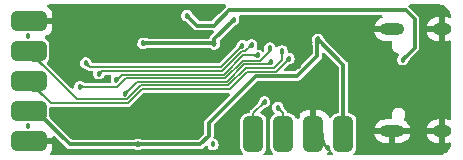
<source format=gbl>
G04 #@! TF.GenerationSoftware,KiCad,Pcbnew,(6.0.11-0)*
G04 #@! TF.CreationDate,2023-02-20T23:18:05+08:00*
G04 #@! TF.ProjectId,ublaster_jtag,75626c61-7374-4657-925f-6a7461672e6b,rev?*
G04 #@! TF.SameCoordinates,Original*
G04 #@! TF.FileFunction,Copper,L2,Bot*
G04 #@! TF.FilePolarity,Positive*
%FSLAX46Y46*%
G04 Gerber Fmt 4.6, Leading zero omitted, Abs format (unit mm)*
G04 Created by KiCad (PCBNEW (6.0.11-0)) date 2023-02-20 23:18:05*
%MOMM*%
%LPD*%
G01*
G04 APERTURE LIST*
G04 Aperture macros list*
%AMRoundRect*
0 Rectangle with rounded corners*
0 $1 Rounding radius*
0 $2 $3 $4 $5 $6 $7 $8 $9 X,Y pos of 4 corners*
0 Add a 4 corners polygon primitive as box body*
4,1,4,$2,$3,$4,$5,$6,$7,$8,$9,$2,$3,0*
0 Add four circle primitives for the rounded corners*
1,1,$1+$1,$2,$3*
1,1,$1+$1,$4,$5*
1,1,$1+$1,$6,$7*
1,1,$1+$1,$8,$9*
0 Add four rect primitives between the rounded corners*
20,1,$1+$1,$2,$3,$4,$5,0*
20,1,$1+$1,$4,$5,$6,$7,0*
20,1,$1+$1,$6,$7,$8,$9,0*
20,1,$1+$1,$8,$9,$2,$3,0*%
G04 Aperture macros list end*
G04 #@! TA.AperFunction,ComponentPad*
%ADD10O,2.100000X1.000000*%
G04 #@! TD*
G04 #@! TA.AperFunction,ComponentPad*
%ADD11O,1.600000X1.000000*%
G04 #@! TD*
G04 #@! TA.AperFunction,SMDPad,CuDef*
%ADD12RoundRect,0.425000X1.075000X0.425000X-1.075000X0.425000X-1.075000X-0.425000X1.075000X-0.425000X0*%
G04 #@! TD*
G04 #@! TA.AperFunction,SMDPad,CuDef*
%ADD13RoundRect,0.425000X0.425000X-1.075000X0.425000X1.075000X-0.425000X1.075000X-0.425000X-1.075000X0*%
G04 #@! TD*
G04 #@! TA.AperFunction,ViaPad*
%ADD14C,0.457200*%
G04 #@! TD*
G04 #@! TA.AperFunction,Conductor*
%ADD15C,0.304800*%
G04 #@! TD*
G04 #@! TA.AperFunction,Conductor*
%ADD16C,0.152400*%
G04 #@! TD*
G04 APERTURE END LIST*
D10*
G04 #@! TO.P,J4,S1,SHIELD*
G04 #@! TO.N,GND*
X41675600Y-14200600D03*
D11*
X45855600Y-14200600D03*
D10*
X41675600Y-5560600D03*
D11*
X45855600Y-5560600D03*
G04 #@! TD*
D12*
G04 #@! TO.P,J6,1,Pin_1*
G04 #@! TO.N,GND*
X10896600Y-4856400D03*
G04 #@! TO.P,J6,2,Pin_2*
G04 #@! TO.N,/UB_ASNCS*
X10896600Y-7396400D03*
G04 #@! TO.P,J6,3,Pin_3*
G04 #@! TO.N,/UB_ASNCE*
X10896600Y-9936400D03*
G04 #@! TO.P,J6,4,Pin_4*
G04 #@! TO.N,/UB_3v3*
X10896600Y-12476400D03*
G04 #@! TO.P,J6,5,Pin_5*
G04 #@! TO.N,GND*
X10896600Y-15016400D03*
G04 #@! TD*
D13*
G04 #@! TO.P,J7,1,Pin_1*
G04 #@! TO.N,/UB_3v3*
X37531200Y-14427200D03*
G04 #@! TO.P,J7,2,Pin_2*
G04 #@! TO.N,GND*
X34991200Y-14427200D03*
G04 #@! TO.P,J7,3,Pin_3*
G04 #@! TO.N,/SWDIO*
X32451200Y-14427200D03*
G04 #@! TO.P,J7,4,Pin_4*
G04 #@! TO.N,/SWCLK*
X29911200Y-14427200D03*
G04 #@! TD*
D14*
G04 #@! TO.N,GND*
X38785800Y-7950200D03*
X27584400Y-14478000D03*
X45770800Y-9906000D03*
X33655000Y-10744200D03*
X22555200Y-13970000D03*
X10820400Y-6121400D03*
X10820400Y-13741400D03*
X13665200Y-12954000D03*
X15773400Y-13208000D03*
X17805400Y-7010400D03*
X13462000Y-7112000D03*
X21030700Y-7848600D03*
X27508200Y-15798800D03*
G04 #@! TO.N,/UB_3v3*
X26492200Y-15316200D03*
G04 #@! TO.N,GND*
X33749336Y-8654136D03*
X31775400Y-10871200D03*
X25603200Y-14376400D03*
G04 #@! TO.N,/UB_VBUS*
X42545000Y-8128000D03*
G04 #@! TO.N,/UB_3v3*
X20574000Y-6756400D03*
G04 #@! TO.N,/UB_VBUS*
X24290750Y-4402550D03*
G04 #@! TO.N,GND*
X25518650Y-4309650D03*
X22631400Y-3860800D03*
G04 #@! TO.N,/UB_3v3*
X20142200Y-15316200D03*
G04 #@! TO.N,GND*
X19100800Y-4749800D03*
G04 #@! TO.N,/JTAG_TDI*
X19024600Y-11023600D03*
G04 #@! TO.N,/UB_ASDO*
X15214600Y-10439400D03*
G04 #@! TO.N,/JTAG_TMS*
X18313400Y-9855200D03*
G04 #@! TO.N,/JTAG_TDO*
X16840200Y-9321800D03*
G04 #@! TO.N,/JTAG_TCK*
X15722600Y-8432800D03*
G04 #@! TO.N,/UB_ASNCE*
X32918400Y-8051800D03*
G04 #@! TO.N,/UB_ASNCS*
X32334200Y-7391400D03*
G04 #@! TO.N,/JTAG_TDI*
X31439764Y-8376564D03*
G04 #@! TO.N,/UB_ASDO*
X31321681Y-7162835D03*
G04 #@! TO.N,/JTAG_TMS*
X30302200Y-7772400D03*
G04 #@! TO.N,/JTAG_TDO*
X29768800Y-6883400D03*
G04 #@! TO.N,/JTAG_TCK*
X28981400Y-6959600D03*
G04 #@! TO.N,GND*
X36271200Y-5689600D03*
G04 #@! TO.N,/UB_3v3*
X35382200Y-6426200D03*
G04 #@! TO.N,GND*
X29176250Y-4665250D03*
G04 #@! TO.N,/UB_3v3*
X28244800Y-4775200D03*
X26611450Y-6814950D03*
G04 #@! TO.N,GND*
X33662264Y-12870536D03*
X36220400Y-15595600D03*
G04 #@! TO.N,/SWDIO*
X31978600Y-12192000D03*
G04 #@! TO.N,/SWCLK*
X30861000Y-11709400D03*
G04 #@! TD*
D15*
G04 #@! TO.N,/UB_3v3*
X20142200Y-15316200D02*
X25417742Y-15316200D01*
X26136600Y-13512800D02*
X30124400Y-9525000D01*
X25417742Y-15316200D02*
X26136600Y-14597342D01*
X30124400Y-9525000D02*
X33632814Y-9525000D01*
X35331400Y-7826414D02*
X35331400Y-6426200D01*
X26136600Y-14597342D02*
X26136600Y-13512800D01*
X33632814Y-9525000D02*
X35331400Y-7826414D01*
D16*
G04 #@! TO.N,/UB_ASNCE*
X32918400Y-8051800D02*
X31826200Y-9144000D01*
X31826200Y-9144000D02*
X29383312Y-9144000D01*
X29383312Y-9144000D02*
X27910112Y-10617200D01*
X27910112Y-10617200D02*
X20508631Y-10617200D01*
X20508631Y-10617200D02*
X19340231Y-11785600D01*
X19340231Y-11785600D02*
X12745800Y-11785600D01*
X12745800Y-11785600D02*
X10896600Y-9936400D01*
G04 #@! TO.N,/UB_ASNCS*
X32334200Y-7391400D02*
X32334200Y-8128707D01*
X32334200Y-8128707D02*
X31623707Y-8839200D01*
X31623707Y-8839200D02*
X29257060Y-8839200D01*
X29257060Y-8839200D02*
X27783860Y-10312400D01*
X27783860Y-10312400D02*
X20382379Y-10312400D01*
X20382379Y-10312400D02*
X19213979Y-11480800D01*
X19213979Y-11480800D02*
X14981000Y-11480800D01*
X14981000Y-11480800D02*
X10896600Y-7396400D01*
G04 #@! TO.N,/JTAG_TDI*
X31439764Y-8376564D02*
X31281928Y-8534400D01*
X31281928Y-8534400D02*
X29130808Y-8534400D01*
X29130808Y-8534400D02*
X27657608Y-10007600D01*
X27657608Y-10007600D02*
X20040600Y-10007600D01*
X20040600Y-10007600D02*
X19024600Y-11023600D01*
G04 #@! TO.N,/UB_ASDO*
X15214600Y-10439400D02*
X18375779Y-10439400D01*
X18375779Y-10439400D02*
X19112379Y-9702800D01*
X19112379Y-9702800D02*
X27531356Y-9702800D01*
X27531356Y-9702800D02*
X29004556Y-8229600D01*
X29004556Y-8229600D02*
X30491579Y-8229600D01*
X30491579Y-8229600D02*
X31321681Y-7399498D01*
X31321681Y-7399498D02*
X31321681Y-7162835D01*
G04 #@! TO.N,/JTAG_TMS*
X30302200Y-7772400D02*
X29030704Y-7772400D01*
X29030704Y-7772400D02*
X27405104Y-9398000D01*
X27405104Y-9398000D02*
X18770600Y-9398000D01*
X18770600Y-9398000D02*
X18313400Y-9855200D01*
G04 #@! TO.N,/JTAG_TDO*
X29768800Y-6883400D02*
X29235400Y-7416800D01*
X29235400Y-7416800D02*
X28955252Y-7416800D01*
X28955252Y-7416800D02*
X27278852Y-9093200D01*
X27278852Y-9093200D02*
X17068800Y-9093200D01*
X17068800Y-9093200D02*
X16840200Y-9321800D01*
G04 #@! TO.N,/JTAG_TCK*
X15722600Y-8432800D02*
X16078200Y-8788400D01*
X16078200Y-8788400D02*
X27152600Y-8788400D01*
X27152600Y-8788400D02*
X28981400Y-6959600D01*
D15*
G04 #@! TO.N,/UB_VBUS*
X42545000Y-8128000D02*
X43561000Y-7112000D01*
X42799000Y-3962400D02*
X27838400Y-3962400D01*
X27838400Y-3962400D02*
X26543000Y-5257800D01*
X43561000Y-7112000D02*
X43561000Y-4724400D01*
X43561000Y-4724400D02*
X42799000Y-3962400D01*
X26543000Y-5257800D02*
X25146000Y-5257800D01*
X25146000Y-5257800D02*
X24290750Y-4402550D01*
G04 #@! TO.N,/UB_3v3*
X35382200Y-6426200D02*
X37531200Y-8575200D01*
X37531200Y-8575200D02*
X37531200Y-14427200D01*
X26611450Y-6814950D02*
X26611450Y-6408550D01*
X26611450Y-6408550D02*
X28244800Y-4775200D01*
X20574000Y-6756400D02*
X26552900Y-6756400D01*
D16*
X26552900Y-6756400D02*
X26611450Y-6814950D01*
D15*
X11536600Y-12476400D02*
X14376400Y-15316200D01*
D16*
X10896600Y-12476400D02*
X11536600Y-12476400D01*
D15*
X14376400Y-15316200D02*
X20142200Y-15316200D01*
D16*
X35331400Y-6426200D02*
X35382200Y-6426200D01*
G04 #@! TO.N,/SWDIO*
X31978600Y-12192000D02*
X32451200Y-12664600D01*
X32451200Y-12664600D02*
X32451200Y-14427200D01*
G04 #@! TO.N,GND*
X35052000Y-14427200D02*
X34991200Y-14427200D01*
X36220400Y-15595600D02*
X35052000Y-14427200D01*
G04 #@! TO.N,/SWCLK*
X29911200Y-12659200D02*
X30861000Y-11709400D01*
X29911200Y-14427200D02*
X29911200Y-12659200D01*
G04 #@! TD*
G04 #@! TA.AperFunction,Conductor*
G04 #@! TO.N,/UB_3v3*
G36*
X20249075Y-15113752D02*
G01*
X20273870Y-15125040D01*
X20292343Y-15132207D01*
X20303709Y-15136617D01*
X20303715Y-15136619D01*
X20303890Y-15136687D01*
X20304065Y-15136742D01*
X20304072Y-15136744D01*
X20332698Y-15145669D01*
X20332897Y-15145731D01*
X20333111Y-15145781D01*
X20361668Y-15152452D01*
X20361682Y-15152455D01*
X20361880Y-15152501D01*
X20380189Y-15155450D01*
X20391669Y-15157299D01*
X20391672Y-15157299D01*
X20391831Y-15157325D01*
X20391979Y-15157340D01*
X20391995Y-15157342D01*
X20409419Y-15159094D01*
X20423742Y-15160534D01*
X20423882Y-15160542D01*
X20423898Y-15160543D01*
X20441507Y-15161514D01*
X20458603Y-15162457D01*
X20467686Y-15162683D01*
X20497347Y-15163421D01*
X20497405Y-15163422D01*
X20497445Y-15163422D01*
X20497474Y-15163423D01*
X20541140Y-15163760D01*
X20541214Y-15163760D01*
X20579110Y-15163791D01*
X20587380Y-15167225D01*
X20590800Y-15175491D01*
X20590800Y-15456909D01*
X20587373Y-15465182D01*
X20579109Y-15468609D01*
X20541140Y-15468639D01*
X20497474Y-15468976D01*
X20497445Y-15468977D01*
X20497405Y-15468977D01*
X20497347Y-15468978D01*
X20467686Y-15469716D01*
X20458603Y-15469942D01*
X20441507Y-15470885D01*
X20423898Y-15471856D01*
X20423882Y-15471857D01*
X20423742Y-15471865D01*
X20409419Y-15473305D01*
X20391995Y-15475057D01*
X20391979Y-15475059D01*
X20391831Y-15475074D01*
X20391672Y-15475100D01*
X20391669Y-15475100D01*
X20380189Y-15476949D01*
X20361880Y-15479898D01*
X20361682Y-15479944D01*
X20361668Y-15479947D01*
X20333111Y-15486618D01*
X20332897Y-15486668D01*
X20332699Y-15486730D01*
X20332698Y-15486730D01*
X20304072Y-15495655D01*
X20304065Y-15495657D01*
X20303890Y-15495712D01*
X20303715Y-15495780D01*
X20303709Y-15495782D01*
X20292343Y-15500192D01*
X20273870Y-15507359D01*
X20253940Y-15516433D01*
X20249075Y-15518648D01*
X20240126Y-15518958D01*
X20236117Y-15516433D01*
X20226682Y-15507359D01*
X20027900Y-15316200D01*
X20142200Y-15206283D01*
X20236118Y-15115967D01*
X20244456Y-15112702D01*
X20249075Y-15113752D01*
G37*
G04 #@! TD.AperFunction*
G04 #@! TD*
G04 #@! TA.AperFunction,Conductor*
G04 #@! TO.N,/UB_3v3*
G36*
X35414160Y-6325273D02*
G01*
X35426463Y-6345849D01*
X35426465Y-6345851D01*
X35426860Y-6346511D01*
X35560246Y-6569578D01*
X35541321Y-6594719D01*
X35525771Y-6619154D01*
X35513272Y-6643597D01*
X35503497Y-6668760D01*
X35496121Y-6695357D01*
X35490816Y-6724100D01*
X35487257Y-6755702D01*
X35487248Y-6755857D01*
X35485125Y-6790771D01*
X35485124Y-6790795D01*
X35485119Y-6790878D01*
X35485117Y-6790970D01*
X35484075Y-6830339D01*
X35483872Y-6863172D01*
X35480394Y-6871424D01*
X35472172Y-6874800D01*
X35190760Y-6874800D01*
X35182487Y-6871373D01*
X35179060Y-6863040D01*
X35179285Y-6818939D01*
X35179286Y-6818846D01*
X35179926Y-6770035D01*
X35179926Y-6770005D01*
X35180603Y-6726740D01*
X35180992Y-6687942D01*
X35180993Y-6687887D01*
X35180924Y-6676489D01*
X35180788Y-6654287D01*
X35180775Y-6652189D01*
X35180484Y-6643597D01*
X35179632Y-6618530D01*
X35179632Y-6618523D01*
X35179627Y-6618387D01*
X35177229Y-6585224D01*
X35173259Y-6551444D01*
X35167395Y-6515788D01*
X35160946Y-6484820D01*
X35162614Y-6476022D01*
X35166008Y-6472636D01*
X35300180Y-6385111D01*
X35302130Y-6383839D01*
X35397727Y-6321478D01*
X35406527Y-6319828D01*
X35414160Y-6325273D01*
G37*
G04 #@! TD.AperFunction*
G04 #@! TD*
G04 #@! TA.AperFunction,Conductor*
G04 #@! TO.N,/UB_ASNCE*
G36*
X32995396Y-7974481D02*
G01*
X32998984Y-7983143D01*
X32993584Y-8259354D01*
X32989996Y-8267558D01*
X32985428Y-8270276D01*
X32951443Y-8281064D01*
X32950924Y-8281215D01*
X32913606Y-8291143D01*
X32913347Y-8291208D01*
X32879309Y-8299273D01*
X32847668Y-8306878D01*
X32839592Y-8309172D01*
X32817779Y-8315368D01*
X32817767Y-8315372D01*
X32817559Y-8315431D01*
X32787986Y-8326376D01*
X32775600Y-8332469D01*
X32758243Y-8341007D01*
X32758238Y-8341010D01*
X32757949Y-8341152D01*
X32757685Y-8341320D01*
X32757678Y-8341324D01*
X32726691Y-8361049D01*
X32726451Y-8361202D01*
X32692491Y-8387967D01*
X32663336Y-8415178D01*
X32654952Y-8418317D01*
X32647082Y-8414897D01*
X32555304Y-8323119D01*
X32551877Y-8314846D01*
X32555023Y-8306863D01*
X32582074Y-8277877D01*
X32582232Y-8277708D01*
X32608997Y-8243748D01*
X32609150Y-8243508D01*
X32628875Y-8212521D01*
X32628879Y-8212514D01*
X32629047Y-8212250D01*
X32643823Y-8182213D01*
X32654768Y-8152640D01*
X32654827Y-8152432D01*
X32654831Y-8152420D01*
X32663289Y-8122643D01*
X32663321Y-8122531D01*
X32670926Y-8090890D01*
X32678991Y-8056852D01*
X32679062Y-8056568D01*
X32688982Y-8019282D01*
X32689137Y-8018750D01*
X32699923Y-7984774D01*
X32705693Y-7977925D01*
X32710846Y-7976616D01*
X32789524Y-7975078D01*
X32987057Y-7971216D01*
X32995396Y-7974481D01*
G37*
G04 #@! TD.AperFunction*
G04 #@! TD*
G04 #@! TA.AperFunction,Conductor*
G04 #@! TO.N,/UB_ASNCE*
G36*
X11000126Y-9643779D02*
G01*
X11690897Y-9657282D01*
X11699100Y-9660870D01*
X11701911Y-9665745D01*
X11750461Y-9834476D01*
X11750739Y-9835676D01*
X11778785Y-9994444D01*
X11778914Y-9995408D01*
X11792246Y-10140454D01*
X11792280Y-10140936D01*
X11798865Y-10276098D01*
X11806692Y-10404816D01*
X11823784Y-10530547D01*
X11858176Y-10656989D01*
X11917901Y-10787835D01*
X11918162Y-10788225D01*
X11918164Y-10788228D01*
X11947522Y-10832046D01*
X12010995Y-10926783D01*
X12011269Y-10927090D01*
X12011272Y-10927094D01*
X12138133Y-11069281D01*
X12141084Y-11077735D01*
X12137676Y-11085343D01*
X12045543Y-11177476D01*
X12037270Y-11180903D01*
X12029481Y-11177933D01*
X11887294Y-11051072D01*
X11887290Y-11051069D01*
X11886983Y-11050795D01*
X11748035Y-10957701D01*
X11617189Y-10897976D01*
X11559933Y-10882403D01*
X11491116Y-10863684D01*
X11491111Y-10863683D01*
X11490747Y-10863584D01*
X11365016Y-10846492D01*
X11364792Y-10846478D01*
X11364788Y-10846478D01*
X11301983Y-10842659D01*
X11236298Y-10838665D01*
X11101136Y-10832080D01*
X11100673Y-10832047D01*
X10955602Y-10818713D01*
X10954650Y-10818586D01*
X10795877Y-10790539D01*
X10794676Y-10790261D01*
X10770244Y-10783231D01*
X10625944Y-10741710D01*
X10618942Y-10736130D01*
X10617482Y-10730696D01*
X10616033Y-10656532D01*
X10603099Y-9994921D01*
X10596318Y-9648045D01*
X10599583Y-9639706D01*
X10608245Y-9636118D01*
X11000126Y-9643779D01*
G37*
G04 #@! TD.AperFunction*
G04 #@! TD*
G04 #@! TA.AperFunction,Conductor*
G04 #@! TO.N,/UB_ASNCS*
G36*
X32342633Y-7285869D02*
G01*
X32534127Y-7484999D01*
X32537392Y-7493338D01*
X32536083Y-7498489D01*
X32521621Y-7526401D01*
X32519688Y-7530132D01*
X32519422Y-7530617D01*
X32500066Y-7564005D01*
X32499902Y-7564279D01*
X32481550Y-7594031D01*
X32464553Y-7621782D01*
X32464493Y-7621889D01*
X32464491Y-7621893D01*
X32449422Y-7648920D01*
X32449417Y-7648930D01*
X32449311Y-7649120D01*
X32436138Y-7677771D01*
X32425348Y-7709459D01*
X32417252Y-7745909D01*
X32417219Y-7746189D01*
X32417218Y-7746194D01*
X32412193Y-7788615D01*
X32412165Y-7788848D01*
X32412157Y-7789084D01*
X32410790Y-7828703D01*
X32407080Y-7836853D01*
X32399097Y-7840000D01*
X32269303Y-7840000D01*
X32261030Y-7836573D01*
X32257610Y-7828704D01*
X32256242Y-7789085D01*
X32256242Y-7789084D01*
X32256234Y-7788848D01*
X32251147Y-7745909D01*
X32243051Y-7709459D01*
X32232261Y-7677771D01*
X32219088Y-7649120D01*
X32218982Y-7648930D01*
X32218977Y-7648920D01*
X32203908Y-7621893D01*
X32203906Y-7621889D01*
X32203846Y-7621782D01*
X32186849Y-7594031D01*
X32168497Y-7564279D01*
X32168333Y-7564005D01*
X32148986Y-7530634D01*
X32148719Y-7530148D01*
X32132318Y-7498490D01*
X32131555Y-7489568D01*
X32134274Y-7484998D01*
X32325767Y-7285869D01*
X32333971Y-7282281D01*
X32342633Y-7285869D01*
G37*
G04 #@! TD.AperFunction*
G04 #@! TD*
G04 #@! TA.AperFunction,Conductor*
G04 #@! TO.N,/UB_ASNCS*
G36*
X11000126Y-7103779D02*
G01*
X11690897Y-7117282D01*
X11699100Y-7120870D01*
X11701911Y-7125745D01*
X11750461Y-7294476D01*
X11750739Y-7295676D01*
X11778785Y-7454444D01*
X11778914Y-7455408D01*
X11792246Y-7600454D01*
X11792280Y-7600936D01*
X11798865Y-7736098D01*
X11806692Y-7864816D01*
X11823784Y-7990547D01*
X11858176Y-8116989D01*
X11917901Y-8247835D01*
X11918162Y-8248225D01*
X11918164Y-8248228D01*
X11947522Y-8292046D01*
X12010995Y-8386783D01*
X12011269Y-8387090D01*
X12011272Y-8387094D01*
X12138133Y-8529281D01*
X12141084Y-8537735D01*
X12137676Y-8545343D01*
X12045543Y-8637476D01*
X12037270Y-8640903D01*
X12029481Y-8637933D01*
X11887294Y-8511072D01*
X11887290Y-8511069D01*
X11886983Y-8510795D01*
X11748035Y-8417701D01*
X11617189Y-8357976D01*
X11559933Y-8342403D01*
X11491116Y-8323684D01*
X11491111Y-8323683D01*
X11490747Y-8323584D01*
X11365016Y-8306492D01*
X11364792Y-8306478D01*
X11364788Y-8306478D01*
X11301983Y-8302659D01*
X11236298Y-8298665D01*
X11101136Y-8292080D01*
X11100673Y-8292047D01*
X10955602Y-8278713D01*
X10954650Y-8278586D01*
X10795877Y-8250539D01*
X10794676Y-8250261D01*
X10770244Y-8243231D01*
X10625944Y-8201710D01*
X10618942Y-8196130D01*
X10617482Y-8190696D01*
X10616033Y-8116532D01*
X10603099Y-7454921D01*
X10596318Y-7108045D01*
X10599583Y-7099706D01*
X10608245Y-7096118D01*
X11000126Y-7103779D01*
G37*
G04 #@! TD.AperFunction*
G04 #@! TD*
G04 #@! TA.AperFunction,Conductor*
G04 #@! TO.N,/JTAG_TDI*
G36*
X31361815Y-8296463D02*
G01*
X31507907Y-8298092D01*
X31516141Y-8301611D01*
X31519475Y-8309921D01*
X31519068Y-8312854D01*
X31442099Y-8596556D01*
X31436625Y-8603644D01*
X31430845Y-8605193D01*
X31421448Y-8605224D01*
X31393070Y-8605316D01*
X31352860Y-8605729D01*
X31317291Y-8606338D01*
X31284518Y-8607077D01*
X31252696Y-8607882D01*
X31252687Y-8607882D01*
X31220011Y-8608685D01*
X31219968Y-8608686D01*
X31203906Y-8609021D01*
X31184598Y-8609424D01*
X31184533Y-8609398D01*
X31184533Y-8609425D01*
X31144558Y-8610033D01*
X31144484Y-8610034D01*
X31137080Y-8610100D01*
X31055028Y-8610100D01*
X31046755Y-8606673D01*
X31043328Y-8598400D01*
X31043328Y-8469249D01*
X31046755Y-8460976D01*
X31054358Y-8457568D01*
X31076821Y-8456280D01*
X31076828Y-8456279D01*
X31077231Y-8456256D01*
X31105849Y-8450565D01*
X31119109Y-8445466D01*
X31129339Y-8441533D01*
X31129341Y-8441532D01*
X31129861Y-8441332D01*
X31149950Y-8428766D01*
X31166796Y-8413072D01*
X31181081Y-8394459D01*
X31193485Y-8373133D01*
X31204690Y-8349302D01*
X31215378Y-8323172D01*
X31223310Y-8302542D01*
X31229478Y-8296050D01*
X31234361Y-8295042D01*
X31361815Y-8296463D01*
G37*
G04 #@! TD.AperFunction*
G04 #@! TD*
G04 #@! TA.AperFunction,Conductor*
G04 #@! TO.N,/JTAG_TDI*
G36*
X19295919Y-10660504D02*
G01*
X19387697Y-10752282D01*
X19391124Y-10760555D01*
X19387978Y-10768536D01*
X19360767Y-10797691D01*
X19334002Y-10831651D01*
X19333851Y-10831888D01*
X19333849Y-10831891D01*
X19314124Y-10862878D01*
X19314120Y-10862885D01*
X19313952Y-10863149D01*
X19299176Y-10893186D01*
X19288231Y-10922759D01*
X19288172Y-10922967D01*
X19288168Y-10922979D01*
X19281972Y-10944792D01*
X19279678Y-10952868D01*
X19279649Y-10952989D01*
X19272073Y-10984509D01*
X19272066Y-10984540D01*
X19272057Y-10984577D01*
X19264015Y-11018520D01*
X19263937Y-11018831D01*
X19254017Y-11056117D01*
X19253862Y-11056649D01*
X19243077Y-11090626D01*
X19237307Y-11097474D01*
X19232154Y-11098784D01*
X19153476Y-11100322D01*
X18955943Y-11104184D01*
X18947604Y-11100919D01*
X18944016Y-11092257D01*
X18949416Y-10816046D01*
X18953004Y-10807842D01*
X18957573Y-10805123D01*
X18991557Y-10794335D01*
X18992075Y-10794184D01*
X19029393Y-10784256D01*
X19029652Y-10784191D01*
X19063690Y-10776126D01*
X19095331Y-10768521D01*
X19103407Y-10766227D01*
X19125220Y-10760031D01*
X19125232Y-10760027D01*
X19125440Y-10759968D01*
X19155013Y-10749023D01*
X19167399Y-10742930D01*
X19184756Y-10734392D01*
X19184761Y-10734389D01*
X19185050Y-10734247D01*
X19185314Y-10734079D01*
X19185321Y-10734075D01*
X19216308Y-10714350D01*
X19216311Y-10714348D01*
X19216548Y-10714197D01*
X19250508Y-10687432D01*
X19262361Y-10676370D01*
X19279663Y-10660223D01*
X19288050Y-10657084D01*
X19295919Y-10660504D01*
G37*
G04 #@! TD.AperFunction*
G04 #@! TD*
G04 #@! TA.AperFunction,Conductor*
G04 #@! TO.N,/UB_ASDO*
G36*
X15321690Y-10237518D02*
G01*
X15353348Y-10253919D01*
X15353834Y-10254186D01*
X15387205Y-10273533D01*
X15387479Y-10273697D01*
X15417231Y-10292049D01*
X15444982Y-10309046D01*
X15445089Y-10309106D01*
X15445093Y-10309108D01*
X15472120Y-10324177D01*
X15472130Y-10324182D01*
X15472320Y-10324288D01*
X15472521Y-10324380D01*
X15472530Y-10324385D01*
X15492527Y-10333579D01*
X15500971Y-10337461D01*
X15521891Y-10344584D01*
X15532353Y-10348147D01*
X15532356Y-10348148D01*
X15532659Y-10348251D01*
X15569109Y-10356347D01*
X15569389Y-10356380D01*
X15569394Y-10356381D01*
X15585222Y-10358256D01*
X15612048Y-10361434D01*
X15651904Y-10362810D01*
X15660054Y-10366520D01*
X15663200Y-10374503D01*
X15663200Y-10504297D01*
X15659773Y-10512570D01*
X15651903Y-10515990D01*
X15612048Y-10517365D01*
X15611825Y-10517391D01*
X15611817Y-10517392D01*
X15569394Y-10522418D01*
X15569389Y-10522419D01*
X15569109Y-10522452D01*
X15532659Y-10530548D01*
X15532356Y-10530651D01*
X15532353Y-10530652D01*
X15521891Y-10534215D01*
X15500971Y-10541338D01*
X15500693Y-10541466D01*
X15472530Y-10554414D01*
X15472521Y-10554419D01*
X15472320Y-10554511D01*
X15472130Y-10554617D01*
X15472120Y-10554622D01*
X15445093Y-10569691D01*
X15444982Y-10569753D01*
X15444863Y-10569826D01*
X15417231Y-10586750D01*
X15417203Y-10586767D01*
X15387479Y-10605102D01*
X15387205Y-10605266D01*
X15353817Y-10624622D01*
X15353332Y-10624888D01*
X15321690Y-10641282D01*
X15312769Y-10642046D01*
X15308199Y-10639327D01*
X15253543Y-10586767D01*
X15109069Y-10447833D01*
X15105481Y-10439629D01*
X15109069Y-10430967D01*
X15179539Y-10363200D01*
X15308198Y-10239474D01*
X15316537Y-10236209D01*
X15321690Y-10237518D01*
G37*
G04 #@! TD.AperFunction*
G04 #@! TD*
G04 #@! TA.AperFunction,Conductor*
G04 #@! TO.N,/UB_ASDO*
G36*
X31327509Y-7059354D02*
G01*
X31329494Y-7061873D01*
X31478800Y-7316755D01*
X31480025Y-7325626D01*
X31477053Y-7330866D01*
X31451234Y-7357160D01*
X31451162Y-7357234D01*
X31424063Y-7385939D01*
X31400579Y-7411787D01*
X31400527Y-7411846D01*
X31379244Y-7436000D01*
X31379188Y-7436064D01*
X31358740Y-7459630D01*
X31358725Y-7459647D01*
X31337666Y-7483822D01*
X31337586Y-7483914D01*
X31314473Y-7509895D01*
X31314349Y-7510032D01*
X31287850Y-7538889D01*
X31287770Y-7538974D01*
X31256349Y-7572000D01*
X31226902Y-7601910D01*
X31218656Y-7605401D01*
X31210292Y-7601974D01*
X31118644Y-7510326D01*
X31115217Y-7502053D01*
X31118148Y-7494307D01*
X31132550Y-7478004D01*
X31132839Y-7477677D01*
X31133072Y-7477316D01*
X31133076Y-7477311D01*
X31147975Y-7454247D01*
X31148265Y-7453798D01*
X31157809Y-7430613D01*
X31157921Y-7430024D01*
X31162030Y-7408396D01*
X31162030Y-7408394D01*
X31162139Y-7407821D01*
X31161921Y-7385120D01*
X31157822Y-7362211D01*
X31156267Y-7357234D01*
X31150577Y-7339016D01*
X31150574Y-7339009D01*
X31150507Y-7338793D01*
X31140645Y-7314565D01*
X31128900Y-7289227D01*
X31119495Y-7269815D01*
X31118971Y-7260876D01*
X31121591Y-7256604D01*
X31310966Y-7059677D01*
X31319170Y-7056089D01*
X31327509Y-7059354D01*
G37*
G04 #@! TD.AperFunction*
G04 #@! TD*
G04 #@! TA.AperFunction,Conductor*
G04 #@! TO.N,/JTAG_TMS*
G36*
X30208602Y-7572474D02*
G01*
X30340413Y-7699230D01*
X30407731Y-7763967D01*
X30411319Y-7772171D01*
X30407731Y-7780833D01*
X30244191Y-7938102D01*
X30208602Y-7972326D01*
X30200263Y-7975591D01*
X30195110Y-7974282D01*
X30163451Y-7957880D01*
X30162965Y-7957613D01*
X30129594Y-7938266D01*
X30129320Y-7938102D01*
X30099568Y-7919750D01*
X30071936Y-7902826D01*
X30071817Y-7902753D01*
X30071706Y-7902691D01*
X30044679Y-7887622D01*
X30044669Y-7887617D01*
X30044479Y-7887511D01*
X30044278Y-7887419D01*
X30044269Y-7887414D01*
X30016106Y-7874466D01*
X30015828Y-7874338D01*
X29994908Y-7867215D01*
X29984446Y-7863652D01*
X29984443Y-7863651D01*
X29984140Y-7863548D01*
X29947690Y-7855452D01*
X29947410Y-7855419D01*
X29947405Y-7855418D01*
X29904982Y-7850392D01*
X29904974Y-7850391D01*
X29904751Y-7850365D01*
X29864897Y-7848990D01*
X29856747Y-7845280D01*
X29853600Y-7837297D01*
X29853600Y-7707503D01*
X29857027Y-7699230D01*
X29864896Y-7695810D01*
X29904751Y-7694434D01*
X29931577Y-7691256D01*
X29947405Y-7689381D01*
X29947410Y-7689380D01*
X29947690Y-7689347D01*
X29984140Y-7681251D01*
X29984443Y-7681148D01*
X29984446Y-7681147D01*
X29994908Y-7677584D01*
X30015828Y-7670461D01*
X30024272Y-7666579D01*
X30044269Y-7657385D01*
X30044278Y-7657380D01*
X30044479Y-7657288D01*
X30044669Y-7657182D01*
X30044679Y-7657177D01*
X30071706Y-7642108D01*
X30071710Y-7642106D01*
X30071817Y-7642046D01*
X30099568Y-7625049D01*
X30129320Y-7606697D01*
X30129594Y-7606533D01*
X30162965Y-7587186D01*
X30163451Y-7586919D01*
X30195110Y-7570518D01*
X30204032Y-7569756D01*
X30208602Y-7572474D01*
G37*
G04 #@! TD.AperFunction*
G04 #@! TD*
G04 #@! TA.AperFunction,Conductor*
G04 #@! TO.N,/JTAG_TMS*
G36*
X18584719Y-9492104D02*
G01*
X18676497Y-9583882D01*
X18679924Y-9592155D01*
X18676778Y-9600136D01*
X18649567Y-9629291D01*
X18622802Y-9663251D01*
X18622651Y-9663488D01*
X18622649Y-9663491D01*
X18602924Y-9694478D01*
X18602920Y-9694485D01*
X18602752Y-9694749D01*
X18587976Y-9724786D01*
X18577031Y-9754359D01*
X18576972Y-9754567D01*
X18576968Y-9754579D01*
X18570772Y-9776392D01*
X18568478Y-9784468D01*
X18568449Y-9784589D01*
X18560873Y-9816109D01*
X18560866Y-9816140D01*
X18560857Y-9816177D01*
X18552815Y-9850120D01*
X18552737Y-9850431D01*
X18542817Y-9887717D01*
X18542662Y-9888249D01*
X18531877Y-9922226D01*
X18526107Y-9929074D01*
X18520954Y-9930384D01*
X18442276Y-9931922D01*
X18244743Y-9935784D01*
X18236404Y-9932519D01*
X18232816Y-9923857D01*
X18238216Y-9647646D01*
X18241804Y-9639442D01*
X18246373Y-9636723D01*
X18280357Y-9625935D01*
X18280875Y-9625784D01*
X18318193Y-9615856D01*
X18318452Y-9615791D01*
X18352490Y-9607726D01*
X18384131Y-9600121D01*
X18392207Y-9597827D01*
X18414020Y-9591631D01*
X18414032Y-9591627D01*
X18414240Y-9591568D01*
X18443813Y-9580623D01*
X18456199Y-9574530D01*
X18473556Y-9565992D01*
X18473561Y-9565989D01*
X18473850Y-9565847D01*
X18474114Y-9565679D01*
X18474121Y-9565675D01*
X18505108Y-9545950D01*
X18505111Y-9545948D01*
X18505348Y-9545797D01*
X18539308Y-9519032D01*
X18551161Y-9507970D01*
X18568463Y-9491823D01*
X18576850Y-9488684D01*
X18584719Y-9492104D01*
G37*
G04 #@! TD.AperFunction*
G04 #@! TD*
G04 #@! TA.AperFunction,Conductor*
G04 #@! TO.N,/JTAG_TDO*
G36*
X29845796Y-6806081D02*
G01*
X29849384Y-6814743D01*
X29843984Y-7090954D01*
X29840396Y-7099158D01*
X29835828Y-7101876D01*
X29801843Y-7112664D01*
X29801324Y-7112815D01*
X29764006Y-7122743D01*
X29763747Y-7122808D01*
X29729709Y-7130873D01*
X29698068Y-7138478D01*
X29689992Y-7140772D01*
X29668179Y-7146968D01*
X29668167Y-7146972D01*
X29667959Y-7147031D01*
X29638386Y-7157976D01*
X29626000Y-7164069D01*
X29608643Y-7172607D01*
X29608638Y-7172610D01*
X29608349Y-7172752D01*
X29608085Y-7172920D01*
X29608078Y-7172924D01*
X29577091Y-7192649D01*
X29576851Y-7192802D01*
X29542891Y-7219567D01*
X29513736Y-7246778D01*
X29505352Y-7249917D01*
X29497482Y-7246497D01*
X29405704Y-7154719D01*
X29402277Y-7146446D01*
X29405423Y-7138463D01*
X29432474Y-7109477D01*
X29432632Y-7109308D01*
X29459397Y-7075348D01*
X29459550Y-7075108D01*
X29479275Y-7044121D01*
X29479279Y-7044114D01*
X29479447Y-7043850D01*
X29494223Y-7013813D01*
X29505168Y-6984240D01*
X29505227Y-6984032D01*
X29505231Y-6984020D01*
X29513689Y-6954243D01*
X29513721Y-6954131D01*
X29521326Y-6922490D01*
X29529391Y-6888452D01*
X29529462Y-6888168D01*
X29539382Y-6850882D01*
X29539537Y-6850350D01*
X29550323Y-6816374D01*
X29556093Y-6809525D01*
X29561246Y-6808216D01*
X29639924Y-6806678D01*
X29837457Y-6802816D01*
X29845796Y-6806081D01*
G37*
G04 #@! TD.AperFunction*
G04 #@! TD*
G04 #@! TA.AperFunction,Conductor*
G04 #@! TO.N,/JTAG_TDO*
G36*
X17200683Y-9020927D02*
G01*
X17204110Y-9029200D01*
X17204110Y-9158758D01*
X17200683Y-9167031D01*
X17193517Y-9170406D01*
X17168023Y-9172826D01*
X17140260Y-9182594D01*
X17119474Y-9197935D01*
X17104317Y-9218081D01*
X17093442Y-9242263D01*
X17085502Y-9269712D01*
X17085459Y-9269917D01*
X17085455Y-9269931D01*
X17079149Y-9299661D01*
X17073066Y-9331179D01*
X17073002Y-9331489D01*
X17065901Y-9363591D01*
X17065702Y-9364362D01*
X17058562Y-9388597D01*
X17052937Y-9395564D01*
X17047570Y-9396988D01*
X16774834Y-9402320D01*
X16766495Y-9399055D01*
X16762907Y-9390851D01*
X16763285Y-9387665D01*
X16838030Y-9101509D01*
X16843436Y-9094371D01*
X16848778Y-9092780D01*
X16883464Y-9091081D01*
X16883466Y-9091081D01*
X16883768Y-9091066D01*
X16886515Y-9090637D01*
X16920573Y-9085323D01*
X16920581Y-9085321D01*
X16920878Y-9085275D01*
X16921163Y-9085200D01*
X16921173Y-9085198D01*
X16953137Y-9076797D01*
X16953136Y-9076797D01*
X16953354Y-9076740D01*
X16983019Y-9066377D01*
X17011698Y-9055100D01*
X17040937Y-9043927D01*
X17041479Y-9043736D01*
X17072939Y-9033604D01*
X17073862Y-9033349D01*
X17109504Y-9025050D01*
X17110595Y-9024850D01*
X17152473Y-9019206D01*
X17153548Y-9019111D01*
X17191892Y-9017510D01*
X17192380Y-9017500D01*
X17192410Y-9017500D01*
X17200683Y-9020927D01*
G37*
G04 #@! TD.AperFunction*
G04 #@! TD*
G04 #@! TA.AperFunction,Conductor*
G04 #@! TO.N,/JTAG_TCK*
G36*
X15837470Y-8355804D02*
G01*
X15930154Y-8357616D01*
X15938358Y-8361204D01*
X15941077Y-8365774D01*
X15951862Y-8399750D01*
X15952017Y-8400282D01*
X15961937Y-8437568D01*
X15962008Y-8437852D01*
X15970073Y-8471890D01*
X15977678Y-8503531D01*
X15977710Y-8503643D01*
X15986168Y-8533420D01*
X15986172Y-8533432D01*
X15986231Y-8533640D01*
X15997176Y-8563213D01*
X16011952Y-8593250D01*
X16012120Y-8593514D01*
X16012124Y-8593521D01*
X16031849Y-8624508D01*
X16032002Y-8624748D01*
X16058767Y-8658708D01*
X16058925Y-8658877D01*
X16085977Y-8687863D01*
X16089116Y-8696249D01*
X16085696Y-8704119D01*
X15993919Y-8795896D01*
X15985646Y-8799323D01*
X15977663Y-8796177D01*
X15948677Y-8769125D01*
X15948508Y-8768967D01*
X15914548Y-8742202D01*
X15914308Y-8742049D01*
X15883321Y-8722324D01*
X15883314Y-8722320D01*
X15883050Y-8722152D01*
X15882761Y-8722010D01*
X15882756Y-8722007D01*
X15865399Y-8713469D01*
X15853013Y-8707376D01*
X15823440Y-8696431D01*
X15823232Y-8696372D01*
X15823220Y-8696368D01*
X15801407Y-8690172D01*
X15793331Y-8687878D01*
X15761690Y-8680273D01*
X15727652Y-8672208D01*
X15727393Y-8672143D01*
X15690075Y-8662215D01*
X15689556Y-8662064D01*
X15655573Y-8651276D01*
X15648726Y-8645507D01*
X15647416Y-8640354D01*
X15642016Y-8364143D01*
X15645281Y-8355804D01*
X15653943Y-8352216D01*
X15837470Y-8355804D01*
G37*
G04 #@! TD.AperFunction*
G04 #@! TD*
G04 #@! TA.AperFunction,Conductor*
G04 #@! TO.N,/JTAG_TCK*
G36*
X29058396Y-6882281D02*
G01*
X29061984Y-6890943D01*
X29056584Y-7167154D01*
X29052996Y-7175358D01*
X29048428Y-7178076D01*
X29027051Y-7184862D01*
X29019835Y-7187152D01*
X29016295Y-7187700D01*
X28961557Y-7187700D01*
X28960945Y-7187684D01*
X28919841Y-7185530D01*
X28919839Y-7185530D01*
X28918613Y-7185466D01*
X28890840Y-7196126D01*
X28889087Y-7196645D01*
X28859987Y-7202831D01*
X28858991Y-7203554D01*
X28858990Y-7203555D01*
X28846240Y-7212819D01*
X28843556Y-7214277D01*
X28828836Y-7219927D01*
X28828835Y-7219928D01*
X28827688Y-7220368D01*
X28806653Y-7241403D01*
X28805257Y-7242595D01*
X28781194Y-7260078D01*
X28780579Y-7261143D01*
X28772696Y-7274797D01*
X28770836Y-7277220D01*
X28725993Y-7322062D01*
X28717720Y-7325489D01*
X28709447Y-7322062D01*
X28618304Y-7230919D01*
X28614877Y-7222646D01*
X28618023Y-7214663D01*
X28643201Y-7187684D01*
X28645232Y-7185508D01*
X28671997Y-7151548D01*
X28672150Y-7151308D01*
X28691875Y-7120321D01*
X28691879Y-7120314D01*
X28692047Y-7120050D01*
X28706823Y-7090013D01*
X28717768Y-7060440D01*
X28717827Y-7060232D01*
X28717831Y-7060220D01*
X28726289Y-7030443D01*
X28726321Y-7030331D01*
X28733926Y-6998690D01*
X28741991Y-6964652D01*
X28742062Y-6964368D01*
X28751982Y-6927082D01*
X28752137Y-6926550D01*
X28762923Y-6892574D01*
X28768693Y-6885725D01*
X28773846Y-6884416D01*
X28852524Y-6882878D01*
X29050057Y-6879016D01*
X29058396Y-6882281D01*
G37*
G04 #@! TD.AperFunction*
G04 #@! TD*
G04 #@! TA.AperFunction,Conductor*
G04 #@! TO.N,/UB_VBUS*
G36*
X42762711Y-7711297D02*
G01*
X42961703Y-7910289D01*
X42965130Y-7918562D01*
X42961709Y-7926829D01*
X42934948Y-7953631D01*
X42934892Y-7953688D01*
X42934883Y-7953697D01*
X42904197Y-7984861D01*
X42904139Y-7984922D01*
X42877506Y-8012913D01*
X42877489Y-8012931D01*
X42877442Y-8012981D01*
X42854151Y-8038991D01*
X42833856Y-8063824D01*
X42816089Y-8088414D01*
X42800382Y-8113695D01*
X42786266Y-8140600D01*
X42773274Y-8170064D01*
X42773217Y-8170217D01*
X42763724Y-8195578D01*
X42757614Y-8202125D01*
X42752995Y-8203175D01*
X42476343Y-8208584D01*
X42468004Y-8205319D01*
X42464416Y-8196657D01*
X42469825Y-7920004D01*
X42473413Y-7911800D01*
X42477421Y-7909276D01*
X42488136Y-7905265D01*
X42502935Y-7899725D01*
X42509942Y-7896635D01*
X42532216Y-7886814D01*
X42532223Y-7886810D01*
X42532399Y-7886733D01*
X42559304Y-7872617D01*
X42571944Y-7864764D01*
X42584399Y-7857026D01*
X42584408Y-7857020D01*
X42584585Y-7856910D01*
X42609175Y-7839143D01*
X42634008Y-7818848D01*
X42660018Y-7795557D01*
X42660068Y-7795510D01*
X42660086Y-7795493D01*
X42688077Y-7768860D01*
X42688138Y-7768802D01*
X42719302Y-7738116D01*
X42746171Y-7711290D01*
X42754447Y-7707870D01*
X42762711Y-7711297D01*
G37*
G04 #@! TD.AperFunction*
G04 #@! TD*
G04 #@! TA.AperFunction,Conductor*
G04 #@! TO.N,/UB_VBUS*
G36*
X24498745Y-4327375D02*
G01*
X24506949Y-4330963D01*
X24509474Y-4334971D01*
X24519024Y-4360485D01*
X24532016Y-4389949D01*
X24546132Y-4416854D01*
X24561839Y-4442135D01*
X24579606Y-4466725D01*
X24599901Y-4491558D01*
X24623192Y-4517568D01*
X24623239Y-4517618D01*
X24623256Y-4517636D01*
X24648484Y-4544150D01*
X24649947Y-4545688D01*
X24680633Y-4576852D01*
X24707460Y-4603721D01*
X24710880Y-4611997D01*
X24707453Y-4620261D01*
X24508461Y-4819253D01*
X24500188Y-4822680D01*
X24491921Y-4819260D01*
X24465052Y-4792433D01*
X24433888Y-4761747D01*
X24432350Y-4760284D01*
X24405836Y-4735056D01*
X24405818Y-4735039D01*
X24405768Y-4734992D01*
X24379758Y-4711701D01*
X24354925Y-4691406D01*
X24330335Y-4673639D01*
X24330158Y-4673529D01*
X24330149Y-4673523D01*
X24317694Y-4665785D01*
X24305054Y-4657932D01*
X24278149Y-4643816D01*
X24277973Y-4643739D01*
X24277966Y-4643735D01*
X24248842Y-4630893D01*
X24248835Y-4630890D01*
X24248685Y-4630824D01*
X24223171Y-4621274D01*
X24216625Y-4615164D01*
X24215575Y-4610545D01*
X24210166Y-4333893D01*
X24213431Y-4325554D01*
X24222093Y-4321966D01*
X24498745Y-4327375D01*
G37*
G04 #@! TD.AperFunction*
G04 #@! TD*
G04 #@! TA.AperFunction,Conductor*
G04 #@! TO.N,/UB_3v3*
G36*
X35351247Y-6346353D02*
G01*
X35427658Y-6347847D01*
X35429192Y-6347877D01*
X35590195Y-6351025D01*
X35598399Y-6354613D01*
X35600924Y-6358621D01*
X35610474Y-6384135D01*
X35623466Y-6413599D01*
X35637582Y-6440504D01*
X35653289Y-6465785D01*
X35671056Y-6490375D01*
X35691351Y-6515208D01*
X35714642Y-6541218D01*
X35714689Y-6541268D01*
X35714706Y-6541286D01*
X35739934Y-6567800D01*
X35741397Y-6569338D01*
X35772083Y-6600502D01*
X35798910Y-6627371D01*
X35802330Y-6635647D01*
X35798903Y-6643911D01*
X35599911Y-6842903D01*
X35591638Y-6846330D01*
X35583371Y-6842910D01*
X35556502Y-6816083D01*
X35525338Y-6785397D01*
X35523800Y-6783934D01*
X35497286Y-6758706D01*
X35497268Y-6758689D01*
X35497218Y-6758642D01*
X35492670Y-6754569D01*
X35489604Y-6751823D01*
X35489602Y-6751822D01*
X35471208Y-6735351D01*
X35446375Y-6715056D01*
X35421785Y-6697289D01*
X35396504Y-6681582D01*
X35369599Y-6667466D01*
X35340135Y-6654474D01*
X35307180Y-6642139D01*
X35301616Y-6357543D01*
X35304881Y-6349204D01*
X35313543Y-6345616D01*
X35351247Y-6346353D01*
G37*
G04 #@! TD.AperFunction*
G04 #@! TD*
G04 #@! TA.AperFunction,Conductor*
G04 #@! TO.N,/UB_3v3*
G36*
X37680728Y-12740627D02*
G01*
X37684141Y-12748332D01*
X37693235Y-12935378D01*
X37720581Y-13098554D01*
X37763299Y-13234334D01*
X37819048Y-13350326D01*
X37885490Y-13454136D01*
X37960284Y-13553370D01*
X37960320Y-13553415D01*
X37960328Y-13553426D01*
X38041004Y-13655525D01*
X38041192Y-13655770D01*
X38125354Y-13768250D01*
X38125776Y-13768853D01*
X38211116Y-13899276D01*
X38211620Y-13900121D01*
X38258505Y-13986914D01*
X38292141Y-14049180D01*
X38293058Y-14058087D01*
X38290280Y-14062850D01*
X37539633Y-14843431D01*
X37531429Y-14847019D01*
X37522767Y-14843431D01*
X36772120Y-14062850D01*
X36768855Y-14054511D01*
X36770259Y-14049179D01*
X36850779Y-13900120D01*
X36851283Y-13899275D01*
X36936623Y-13768853D01*
X36937045Y-13768250D01*
X37021207Y-13655770D01*
X37021395Y-13655525D01*
X37102071Y-13553426D01*
X37102079Y-13553415D01*
X37102115Y-13553370D01*
X37176909Y-13454136D01*
X37243351Y-13350326D01*
X37299100Y-13234334D01*
X37341818Y-13098554D01*
X37369164Y-12935378D01*
X37378259Y-12748332D01*
X37382083Y-12740235D01*
X37389945Y-12737200D01*
X37672455Y-12737200D01*
X37680728Y-12740627D01*
G37*
G04 #@! TD.AperFunction*
G04 #@! TD*
G04 #@! TA.AperFunction,Conductor*
G04 #@! TO.N,/UB_3v3*
G36*
X26548877Y-6272252D02*
G01*
X26549821Y-6273099D01*
X26748745Y-6472023D01*
X26752172Y-6480296D01*
X26749634Y-6487572D01*
X26735894Y-6504870D01*
X26725822Y-6529650D01*
X26724294Y-6553843D01*
X26729694Y-6577552D01*
X26729946Y-6578100D01*
X26729946Y-6578101D01*
X26734336Y-6587657D01*
X26740408Y-6600877D01*
X26754822Y-6623920D01*
X26754940Y-6624083D01*
X26754941Y-6624085D01*
X26771274Y-6646717D01*
X26771322Y-6646783D01*
X26788170Y-6669404D01*
X26788399Y-6669722D01*
X26803826Y-6691950D01*
X26804379Y-6692828D01*
X26812859Y-6707708D01*
X26813978Y-6716593D01*
X26811127Y-6721610D01*
X26660543Y-6878199D01*
X26660542Y-6878200D01*
X26622165Y-6918108D01*
X26613961Y-6921696D01*
X26605622Y-6918431D01*
X26603637Y-6915913D01*
X26602720Y-6914347D01*
X26449806Y-6653306D01*
X26472579Y-6622171D01*
X26479573Y-6600877D01*
X26483678Y-6588375D01*
X26486339Y-6552266D01*
X26483800Y-6514190D01*
X26482743Y-6504870D01*
X26479321Y-6474714D01*
X26479282Y-6474315D01*
X26476115Y-6434168D01*
X26476084Y-6432891D01*
X26477311Y-6392684D01*
X26477561Y-6390609D01*
X26486088Y-6350477D01*
X26486938Y-6347945D01*
X26505778Y-6307732D01*
X26507253Y-6305367D01*
X26532428Y-6274043D01*
X26540282Y-6269741D01*
X26548877Y-6272252D01*
G37*
G04 #@! TD.AperFunction*
G04 #@! TD*
G04 #@! TA.AperFunction,Conductor*
G04 #@! TO.N,/UB_3v3*
G36*
X28321796Y-4697881D02*
G01*
X28325384Y-4706543D01*
X28319975Y-4983195D01*
X28316387Y-4991399D01*
X28312378Y-4993924D01*
X28296525Y-4999858D01*
X28286864Y-5003474D01*
X28286714Y-5003540D01*
X28286707Y-5003543D01*
X28257583Y-5016385D01*
X28257576Y-5016389D01*
X28257400Y-5016466D01*
X28230495Y-5030582D01*
X28217854Y-5038436D01*
X28205400Y-5046173D01*
X28205391Y-5046179D01*
X28205214Y-5046289D01*
X28180624Y-5064056D01*
X28155791Y-5084351D01*
X28129781Y-5107642D01*
X28129731Y-5107689D01*
X28129713Y-5107706D01*
X28103199Y-5132934D01*
X28101661Y-5134397D01*
X28070497Y-5165083D01*
X28070489Y-5165091D01*
X28070431Y-5165148D01*
X28043629Y-5191909D01*
X28035353Y-5195330D01*
X28027089Y-5191903D01*
X27828097Y-4992911D01*
X27824670Y-4984638D01*
X27828090Y-4976371D01*
X27854916Y-4949502D01*
X27885602Y-4918338D01*
X27887065Y-4916800D01*
X27912293Y-4890286D01*
X27912310Y-4890268D01*
X27912357Y-4890218D01*
X27935648Y-4864208D01*
X27955943Y-4839375D01*
X27973710Y-4814785D01*
X27989417Y-4789504D01*
X28003533Y-4762599D01*
X28016525Y-4733135D01*
X28026076Y-4707621D01*
X28032185Y-4701075D01*
X28036804Y-4700025D01*
X28313457Y-4694616D01*
X28321796Y-4697881D01*
G37*
G04 #@! TD.AperFunction*
G04 #@! TD*
G04 #@! TA.AperFunction,Conductor*
G04 #@! TO.N,/UB_3v3*
G36*
X20680875Y-6553952D02*
G01*
X20705670Y-6565240D01*
X20724143Y-6572407D01*
X20735509Y-6576817D01*
X20735515Y-6576819D01*
X20735690Y-6576887D01*
X20735865Y-6576942D01*
X20735872Y-6576944D01*
X20764498Y-6585869D01*
X20764697Y-6585931D01*
X20764911Y-6585981D01*
X20793468Y-6592652D01*
X20793482Y-6592655D01*
X20793680Y-6592701D01*
X20811989Y-6595650D01*
X20823469Y-6597499D01*
X20823472Y-6597499D01*
X20823631Y-6597525D01*
X20823779Y-6597540D01*
X20823795Y-6597542D01*
X20841219Y-6599294D01*
X20855542Y-6600734D01*
X20855682Y-6600742D01*
X20855698Y-6600743D01*
X20873307Y-6601714D01*
X20890403Y-6602657D01*
X20899486Y-6602883D01*
X20929147Y-6603621D01*
X20929205Y-6603622D01*
X20929245Y-6603622D01*
X20929274Y-6603623D01*
X20972940Y-6603960D01*
X20973014Y-6603960D01*
X21010910Y-6603991D01*
X21019180Y-6607425D01*
X21022600Y-6615691D01*
X21022600Y-6897109D01*
X21019173Y-6905382D01*
X21010909Y-6908809D01*
X20972940Y-6908839D01*
X20929274Y-6909176D01*
X20929245Y-6909177D01*
X20929205Y-6909177D01*
X20929147Y-6909178D01*
X20899486Y-6909916D01*
X20890403Y-6910142D01*
X20873307Y-6911085D01*
X20855698Y-6912056D01*
X20855682Y-6912057D01*
X20855542Y-6912065D01*
X20841219Y-6913505D01*
X20823795Y-6915257D01*
X20823779Y-6915259D01*
X20823631Y-6915274D01*
X20823472Y-6915300D01*
X20823469Y-6915300D01*
X20811989Y-6917149D01*
X20793680Y-6920098D01*
X20793482Y-6920144D01*
X20793468Y-6920147D01*
X20764911Y-6926818D01*
X20764697Y-6926868D01*
X20764499Y-6926930D01*
X20764498Y-6926930D01*
X20735872Y-6935855D01*
X20735865Y-6935857D01*
X20735690Y-6935912D01*
X20735515Y-6935980D01*
X20735509Y-6935982D01*
X20724143Y-6940392D01*
X20705670Y-6947559D01*
X20685740Y-6956633D01*
X20680875Y-6958848D01*
X20671926Y-6959158D01*
X20667917Y-6956633D01*
X20658482Y-6947559D01*
X20468469Y-6764833D01*
X20464881Y-6756629D01*
X20468469Y-6747967D01*
X20667918Y-6556167D01*
X20676256Y-6552902D01*
X20680875Y-6553952D01*
G37*
G04 #@! TD.AperFunction*
G04 #@! TD*
G04 #@! TA.AperFunction,Conductor*
G04 #@! TO.N,/UB_3v3*
G36*
X26711178Y-6825546D02*
G01*
X26715772Y-6832969D01*
X26717212Y-6841807D01*
X26711586Y-6849308D01*
X26660542Y-6878200D01*
X26660541Y-6878201D01*
X26601216Y-6911780D01*
X26551196Y-6940093D01*
X26470705Y-6985653D01*
X26461817Y-6986746D01*
X26457695Y-6984656D01*
X26438926Y-6969847D01*
X26438924Y-6969846D01*
X26438737Y-6969698D01*
X26414190Y-6953370D01*
X26413943Y-6953238D01*
X26389788Y-6940350D01*
X26389781Y-6940347D01*
X26389521Y-6940208D01*
X26364026Y-6929880D01*
X26363736Y-6929796D01*
X26363733Y-6929795D01*
X26356334Y-6927652D01*
X26337001Y-6922054D01*
X26326856Y-6920092D01*
X26307951Y-6916435D01*
X26307940Y-6916433D01*
X26307742Y-6916395D01*
X26307532Y-6916370D01*
X26307525Y-6916369D01*
X26294468Y-6914819D01*
X26275546Y-6912573D01*
X26239710Y-6910255D01*
X26239610Y-6910252D01*
X26239607Y-6910252D01*
X26213351Y-6909503D01*
X26199529Y-6909108D01*
X26199487Y-6909108D01*
X26199455Y-6909107D01*
X26165920Y-6908879D01*
X26157671Y-6905396D01*
X26154300Y-6897179D01*
X26154300Y-6615783D01*
X26157727Y-6607510D01*
X26166083Y-6604083D01*
X26169122Y-6604104D01*
X26211989Y-6604407D01*
X26212134Y-6604409D01*
X26248737Y-6605121D01*
X26262634Y-6605392D01*
X26307342Y-6606593D01*
X26347484Y-6607653D01*
X26347490Y-6607653D01*
X26384389Y-6608211D01*
X26384431Y-6608211D01*
X26419264Y-6607911D01*
X26419277Y-6607911D01*
X26419348Y-6607910D01*
X26453676Y-6606388D01*
X26453799Y-6606377D01*
X26453816Y-6606376D01*
X26469061Y-6605026D01*
X26488685Y-6603289D01*
X26525683Y-6598252D01*
X26565981Y-6590918D01*
X26711178Y-6825546D01*
G37*
G04 #@! TD.AperFunction*
G04 #@! TD*
G04 #@! TA.AperFunction,Conductor*
G04 #@! TO.N,/SWCLK*
G36*
X29984621Y-12740627D02*
G01*
X29988029Y-12748234D01*
X29998889Y-12938895D01*
X30031313Y-13102973D01*
X30081603Y-13237728D01*
X30146692Y-13351454D01*
X30223512Y-13452446D01*
X30223645Y-13452596D01*
X30223653Y-13452606D01*
X30308995Y-13548998D01*
X30399904Y-13649220D01*
X30400234Y-13649600D01*
X30493368Y-13761588D01*
X30493958Y-13762361D01*
X30586390Y-13894453D01*
X30587042Y-13895498D01*
X30672023Y-14049142D01*
X30673029Y-14058040D01*
X30670218Y-14062915D01*
X29919633Y-14843431D01*
X29911429Y-14847019D01*
X29902767Y-14843431D01*
X29152182Y-14062915D01*
X29148917Y-14054576D01*
X29150377Y-14049142D01*
X29235357Y-13895498D01*
X29236009Y-13894453D01*
X29328441Y-13762361D01*
X29329031Y-13761588D01*
X29422165Y-13649600D01*
X29422495Y-13649220D01*
X29513404Y-13548998D01*
X29598746Y-13452606D01*
X29598754Y-13452596D01*
X29598887Y-13452446D01*
X29675707Y-13351454D01*
X29740796Y-13237728D01*
X29791086Y-13102973D01*
X29823510Y-12938895D01*
X29834371Y-12748234D01*
X29838263Y-12740170D01*
X29846052Y-12737200D01*
X29976348Y-12737200D01*
X29984621Y-12740627D01*
G37*
G04 #@! TD.AperFunction*
G04 #@! TD*
G04 #@! TA.AperFunction,Conductor*
G04 #@! TO.N,/UB_3v3*
G36*
X11503597Y-11881758D02*
G01*
X11628496Y-12015897D01*
X11629091Y-12016589D01*
X11730707Y-12144395D01*
X11731242Y-12145124D01*
X11811748Y-12264224D01*
X11812137Y-12264839D01*
X11879369Y-12379010D01*
X11879554Y-12379336D01*
X11941269Y-12492266D01*
X12005132Y-12607419D01*
X12078810Y-12728228D01*
X12170061Y-12858294D01*
X12170207Y-12858473D01*
X12286513Y-13001055D01*
X12286523Y-13001066D01*
X12286645Y-13001216D01*
X12428561Y-13152331D01*
X12431725Y-13160706D01*
X12428304Y-13168612D01*
X12228569Y-13368347D01*
X12220296Y-13371774D01*
X12212553Y-13368845D01*
X12137787Y-13302841D01*
X12104513Y-13273466D01*
X11995202Y-13203705D01*
X11890484Y-13162463D01*
X11889879Y-13162362D01*
X11889875Y-13162361D01*
X11803962Y-13148033D01*
X11787983Y-13145368D01*
X11685319Y-13148044D01*
X11684901Y-13148116D01*
X11684899Y-13148116D01*
X11580366Y-13166077D01*
X11580357Y-13166079D01*
X11580118Y-13166120D01*
X11579887Y-13166181D01*
X11579878Y-13166183D01*
X11481402Y-13192208D01*
X11470001Y-13195221D01*
X11352592Y-13230973D01*
X11352538Y-13230989D01*
X11225719Y-13268942D01*
X11225291Y-13269061D01*
X11094513Y-13302841D01*
X11085646Y-13301592D01*
X11081795Y-13297916D01*
X11062928Y-13269061D01*
X10794336Y-12858294D01*
X10489593Y-12392238D01*
X10487933Y-12383438D01*
X10492982Y-12376043D01*
X10494167Y-12375363D01*
X11489816Y-11879259D01*
X11498749Y-11878637D01*
X11503597Y-11881758D01*
G37*
G04 #@! TD.AperFunction*
G04 #@! TD*
G04 #@! TA.AperFunction,Conductor*
G04 #@! TO.N,/UB_3v3*
G36*
X20048282Y-15115966D02*
G01*
X20256500Y-15316200D01*
X20142200Y-15426117D01*
X20057719Y-15507359D01*
X20048283Y-15516433D01*
X20039944Y-15519698D01*
X20035325Y-15518648D01*
X20030460Y-15516433D01*
X20010529Y-15507359D01*
X19992056Y-15500192D01*
X19980690Y-15495782D01*
X19980684Y-15495780D01*
X19980509Y-15495712D01*
X19980334Y-15495657D01*
X19980327Y-15495655D01*
X19951701Y-15486730D01*
X19951700Y-15486730D01*
X19951502Y-15486668D01*
X19951288Y-15486618D01*
X19922731Y-15479947D01*
X19922717Y-15479944D01*
X19922519Y-15479898D01*
X19904210Y-15476949D01*
X19892730Y-15475100D01*
X19892727Y-15475100D01*
X19892568Y-15475074D01*
X19892420Y-15475059D01*
X19892404Y-15475057D01*
X19874980Y-15473305D01*
X19860657Y-15471865D01*
X19860517Y-15471857D01*
X19860501Y-15471856D01*
X19842892Y-15470885D01*
X19825796Y-15469942D01*
X19816713Y-15469716D01*
X19787052Y-15468978D01*
X19786994Y-15468977D01*
X19786954Y-15468977D01*
X19786925Y-15468976D01*
X19743259Y-15468639D01*
X19705291Y-15468609D01*
X19697020Y-15465176D01*
X19693600Y-15456909D01*
X19693600Y-15175491D01*
X19697027Y-15167218D01*
X19705290Y-15163791D01*
X19743185Y-15163760D01*
X19743259Y-15163760D01*
X19786925Y-15163423D01*
X19786954Y-15163422D01*
X19786994Y-15163422D01*
X19787052Y-15163421D01*
X19816713Y-15162683D01*
X19825796Y-15162457D01*
X19842892Y-15161514D01*
X19860501Y-15160543D01*
X19860517Y-15160542D01*
X19860657Y-15160534D01*
X19874980Y-15159094D01*
X19892404Y-15157342D01*
X19892420Y-15157340D01*
X19892568Y-15157325D01*
X19892727Y-15157299D01*
X19892730Y-15157299D01*
X19904210Y-15155450D01*
X19922519Y-15152501D01*
X19922717Y-15152455D01*
X19922731Y-15152452D01*
X19951288Y-15145781D01*
X19951502Y-15145731D01*
X19951701Y-15145669D01*
X19980327Y-15136744D01*
X19980334Y-15136742D01*
X19980509Y-15136687D01*
X19980684Y-15136619D01*
X19980690Y-15136617D01*
X19992056Y-15132207D01*
X20010529Y-15125040D01*
X20035327Y-15113751D01*
X20044275Y-15113443D01*
X20048282Y-15115966D01*
G37*
G04 #@! TD.AperFunction*
G04 #@! TD*
G04 #@! TA.AperFunction,Conductor*
G04 #@! TO.N,/SWDIO*
G36*
X32093470Y-12115004D02*
G01*
X32186154Y-12116816D01*
X32194358Y-12120404D01*
X32197077Y-12124974D01*
X32207862Y-12158950D01*
X32208017Y-12159482D01*
X32217937Y-12196768D01*
X32218008Y-12197052D01*
X32226073Y-12231090D01*
X32233678Y-12262731D01*
X32233710Y-12262843D01*
X32242168Y-12292620D01*
X32242172Y-12292632D01*
X32242231Y-12292840D01*
X32253176Y-12322413D01*
X32267952Y-12352450D01*
X32268120Y-12352714D01*
X32268124Y-12352721D01*
X32287849Y-12383708D01*
X32288002Y-12383948D01*
X32314767Y-12417908D01*
X32314925Y-12418077D01*
X32341977Y-12447063D01*
X32345116Y-12455449D01*
X32341696Y-12463319D01*
X32249919Y-12555096D01*
X32241646Y-12558523D01*
X32233663Y-12555377D01*
X32204677Y-12528325D01*
X32204508Y-12528167D01*
X32170548Y-12501402D01*
X32170308Y-12501249D01*
X32139321Y-12481524D01*
X32139314Y-12481520D01*
X32139050Y-12481352D01*
X32138761Y-12481210D01*
X32138756Y-12481207D01*
X32121399Y-12472669D01*
X32109013Y-12466576D01*
X32079440Y-12455631D01*
X32079232Y-12455572D01*
X32079220Y-12455568D01*
X32057407Y-12449372D01*
X32049331Y-12447078D01*
X32017690Y-12439473D01*
X31983652Y-12431408D01*
X31983393Y-12431343D01*
X31946075Y-12421415D01*
X31945556Y-12421264D01*
X31911573Y-12410476D01*
X31904726Y-12404707D01*
X31903416Y-12399554D01*
X31898016Y-12123343D01*
X31901281Y-12115004D01*
X31909943Y-12111416D01*
X32093470Y-12115004D01*
G37*
G04 #@! TD.AperFunction*
G04 #@! TD*
G04 #@! TA.AperFunction,Conductor*
G04 #@! TO.N,/SWDIO*
G36*
X32524621Y-12740627D02*
G01*
X32528029Y-12748234D01*
X32538889Y-12938895D01*
X32571313Y-13102973D01*
X32621603Y-13237728D01*
X32686692Y-13351454D01*
X32763512Y-13452446D01*
X32763645Y-13452596D01*
X32763653Y-13452606D01*
X32848995Y-13548998D01*
X32939904Y-13649220D01*
X32940234Y-13649600D01*
X33033368Y-13761588D01*
X33033958Y-13762361D01*
X33126390Y-13894453D01*
X33127042Y-13895498D01*
X33212023Y-14049142D01*
X33213029Y-14058040D01*
X33210218Y-14062915D01*
X32459633Y-14843431D01*
X32451429Y-14847019D01*
X32442767Y-14843431D01*
X31692182Y-14062915D01*
X31688917Y-14054576D01*
X31690377Y-14049142D01*
X31775357Y-13895498D01*
X31776009Y-13894453D01*
X31868441Y-13762361D01*
X31869031Y-13761588D01*
X31962165Y-13649600D01*
X31962495Y-13649220D01*
X32053404Y-13548998D01*
X32138746Y-13452606D01*
X32138754Y-13452596D01*
X32138887Y-13452446D01*
X32215707Y-13351454D01*
X32280796Y-13237728D01*
X32331086Y-13102973D01*
X32363510Y-12938895D01*
X32374371Y-12748234D01*
X32378263Y-12740170D01*
X32386052Y-12737200D01*
X32516348Y-12737200D01*
X32524621Y-12740627D01*
G37*
G04 #@! TD.AperFunction*
G04 #@! TD*
G04 #@! TA.AperFunction,Conductor*
G04 #@! TO.N,GND*
G36*
X35994491Y-15259432D02*
G01*
X36028451Y-15286197D01*
X36059949Y-15306247D01*
X36089986Y-15321023D01*
X36119559Y-15331968D01*
X36149668Y-15340521D01*
X36181309Y-15348126D01*
X36215483Y-15356223D01*
X36253187Y-15366254D01*
X36295420Y-15379661D01*
X36301222Y-15676422D01*
X36004461Y-15670620D01*
X35991054Y-15628387D01*
X35981023Y-15590683D01*
X35972926Y-15556509D01*
X35965321Y-15524868D01*
X35956768Y-15494759D01*
X35945823Y-15465186D01*
X35931047Y-15435149D01*
X35910997Y-15403651D01*
X35884232Y-15369691D01*
X35849311Y-15332274D01*
X35957074Y-15224511D01*
X35994491Y-15259432D01*
G37*
G04 #@! TD.AperFunction*
G04 #@! TD*
G04 #@! TA.AperFunction,Conductor*
G04 #@! TO.N,GND*
G36*
X35841562Y-14296857D02*
G01*
X35875798Y-14455350D01*
X35894880Y-14600288D01*
X35906787Y-14735320D01*
X35919494Y-14864093D01*
X35940982Y-14990254D01*
X35979226Y-15117449D01*
X36042206Y-15249327D01*
X36137898Y-15389533D01*
X36274281Y-15541717D01*
X36166517Y-15649481D01*
X36018889Y-15517639D01*
X35882620Y-15426148D01*
X35754085Y-15367507D01*
X35629661Y-15334218D01*
X35505722Y-15318782D01*
X35378643Y-15313701D01*
X35244801Y-15311476D01*
X35100571Y-15304608D01*
X34942328Y-15285598D01*
X34766449Y-15246948D01*
X34675934Y-14142189D01*
X35784195Y-14121164D01*
X35841562Y-14296857D01*
G37*
G04 #@! TD.AperFunction*
G04 #@! TD*
G04 #@! TA.AperFunction,Conductor*
G04 #@! TO.N,/SWCLK*
G36*
X30937996Y-11632081D02*
G01*
X30941584Y-11640743D01*
X30936184Y-11916954D01*
X30932596Y-11925158D01*
X30928028Y-11927876D01*
X30894043Y-11938664D01*
X30893524Y-11938815D01*
X30856206Y-11948743D01*
X30855947Y-11948808D01*
X30821909Y-11956873D01*
X30790268Y-11964478D01*
X30782192Y-11966772D01*
X30760379Y-11972968D01*
X30760367Y-11972972D01*
X30760159Y-11973031D01*
X30730586Y-11983976D01*
X30718200Y-11990069D01*
X30700843Y-11998607D01*
X30700838Y-11998610D01*
X30700549Y-11998752D01*
X30700285Y-11998920D01*
X30700278Y-11998924D01*
X30669291Y-12018649D01*
X30669051Y-12018802D01*
X30635091Y-12045567D01*
X30605936Y-12072778D01*
X30597552Y-12075917D01*
X30589682Y-12072497D01*
X30497904Y-11980719D01*
X30494477Y-11972446D01*
X30497623Y-11964463D01*
X30524674Y-11935477D01*
X30524832Y-11935308D01*
X30551597Y-11901348D01*
X30551750Y-11901108D01*
X30571475Y-11870121D01*
X30571479Y-11870114D01*
X30571647Y-11869850D01*
X30586423Y-11839813D01*
X30597368Y-11810240D01*
X30597427Y-11810032D01*
X30597431Y-11810020D01*
X30605889Y-11780243D01*
X30605921Y-11780131D01*
X30613526Y-11748490D01*
X30621591Y-11714452D01*
X30621662Y-11714168D01*
X30631582Y-11676882D01*
X30631737Y-11676350D01*
X30642523Y-11642374D01*
X30648293Y-11635525D01*
X30653446Y-11634216D01*
X30732124Y-11632678D01*
X30929657Y-11628816D01*
X30937996Y-11632081D01*
G37*
G04 #@! TD.AperFunction*
G04 #@! TD*
G04 #@! TA.AperFunction,Conductor*
G04 #@! TO.N,GND*
G36*
X35946812Y-7566709D02*
G01*
X35953395Y-7572838D01*
X37087395Y-8706838D01*
X37121421Y-8769150D01*
X37124300Y-8795933D01*
X37124300Y-12551093D01*
X37104298Y-12619214D01*
X37050642Y-12665707D01*
X37009831Y-12676564D01*
X36999197Y-12677541D01*
X36981461Y-12679171D01*
X36895033Y-12706256D01*
X36831771Y-12726081D01*
X36831769Y-12726082D01*
X36824522Y-12728353D01*
X36683844Y-12813550D01*
X36567550Y-12929844D01*
X36511347Y-13022647D01*
X36458950Y-13070554D01*
X36388970Y-13082527D01*
X36323626Y-13054766D01*
X36291304Y-13014579D01*
X36205986Y-12847134D01*
X36198836Y-12836123D01*
X36083715Y-12693962D01*
X36074438Y-12684685D01*
X35932277Y-12569564D01*
X35921266Y-12562414D01*
X35758279Y-12479368D01*
X35746025Y-12474664D01*
X35568534Y-12427105D01*
X35557201Y-12425158D01*
X35483954Y-12419393D01*
X35479027Y-12419200D01*
X35263315Y-12419200D01*
X35248076Y-12423675D01*
X35246871Y-12425065D01*
X35245200Y-12432748D01*
X35245200Y-14131389D01*
X34737200Y-14141027D01*
X34737200Y-12437316D01*
X34732725Y-12422077D01*
X34731335Y-12420872D01*
X34723652Y-12419201D01*
X34503375Y-12419201D01*
X34498444Y-12419395D01*
X34425197Y-12425158D01*
X34413868Y-12427105D01*
X34236375Y-12474664D01*
X34224121Y-12479368D01*
X34061134Y-12562414D01*
X34050123Y-12569564D01*
X33907962Y-12684685D01*
X33898685Y-12693962D01*
X33783564Y-12836123D01*
X33776414Y-12847134D01*
X33691096Y-13014579D01*
X33642348Y-13066194D01*
X33573433Y-13083260D01*
X33506231Y-13060359D01*
X33471053Y-13022647D01*
X33414850Y-12929844D01*
X33298556Y-12813550D01*
X33157878Y-12728353D01*
X33150631Y-12726082D01*
X33150629Y-12726081D01*
X33087367Y-12706256D01*
X33000939Y-12679171D01*
X32930516Y-12672700D01*
X32894157Y-12672700D01*
X32826036Y-12652698D01*
X32779543Y-12599042D01*
X32770071Y-12568577D01*
X32768665Y-12560604D01*
X32766751Y-12549749D01*
X32761240Y-12540203D01*
X32759970Y-12536714D01*
X32758394Y-12533335D01*
X32755540Y-12522683D01*
X32733522Y-12491239D01*
X32727626Y-12481983D01*
X32713951Y-12458298D01*
X32708439Y-12448751D01*
X32699996Y-12441666D01*
X32699993Y-12441663D01*
X32679036Y-12424078D01*
X32670932Y-12416652D01*
X32554071Y-12299791D01*
X32536049Y-12277043D01*
X32534947Y-12275264D01*
X32534945Y-12275262D01*
X32531690Y-12270006D01*
X32523517Y-12261248D01*
X32515464Y-12252620D01*
X32508609Y-12244630D01*
X32507918Y-12243753D01*
X32485665Y-12200137D01*
X32485430Y-12199308D01*
X32484142Y-12194391D01*
X32482583Y-12187905D01*
X32478537Y-12171070D01*
X32470517Y-12137222D01*
X32469760Y-12134114D01*
X32469689Y-12133830D01*
X32468713Y-12130049D01*
X32458793Y-12092763D01*
X32457158Y-12086894D01*
X32457003Y-12086362D01*
X32455200Y-12080438D01*
X32444415Y-12046462D01*
X32442789Y-12042839D01*
X32431542Y-12017794D01*
X32420090Y-11992289D01*
X32418122Y-11988980D01*
X32417371Y-11987719D01*
X32417455Y-11987669D01*
X32416577Y-11985979D01*
X32416758Y-11985885D01*
X32410704Y-11975075D01*
X32393490Y-11937215D01*
X32393489Y-11937213D01*
X32389774Y-11929043D01*
X32299444Y-11824210D01*
X32183321Y-11748943D01*
X32174719Y-11746371D01*
X32174716Y-11746369D01*
X32078180Y-11717499D01*
X32050741Y-11709293D01*
X32041765Y-11709238D01*
X32041764Y-11709238D01*
X31982541Y-11708877D01*
X31912362Y-11708448D01*
X31903731Y-11710915D01*
X31903729Y-11710915D01*
X31787941Y-11744007D01*
X31787938Y-11744008D01*
X31779307Y-11746475D01*
X31662273Y-11820318D01*
X31570669Y-11924040D01*
X31566854Y-11932166D01*
X31558869Y-11949172D01*
X31516558Y-11996971D01*
X31519811Y-12023941D01*
X31516029Y-12040013D01*
X31515673Y-12041177D01*
X31511858Y-12049303D01*
X31506088Y-12086362D01*
X31493497Y-12167228D01*
X31490568Y-12186037D01*
X31491732Y-12194939D01*
X31491732Y-12194942D01*
X31507346Y-12314346D01*
X31507347Y-12314350D01*
X31508511Y-12323251D01*
X31564244Y-12449914D01*
X31653287Y-12555843D01*
X31667332Y-12565192D01*
X31712954Y-12619588D01*
X31721926Y-12690016D01*
X31691397Y-12754114D01*
X31662784Y-12777855D01*
X31603844Y-12813550D01*
X31487550Y-12929844D01*
X31402353Y-13070522D01*
X31353171Y-13227461D01*
X31346700Y-13297884D01*
X31346700Y-15556516D01*
X31353171Y-15626939D01*
X31368997Y-15677439D01*
X31396904Y-15766489D01*
X31402353Y-15783878D01*
X31487550Y-15924556D01*
X31582825Y-16019831D01*
X31616851Y-16082143D01*
X31611786Y-16152958D01*
X31569239Y-16209794D01*
X31502719Y-16234605D01*
X31493730Y-16234926D01*
X30868670Y-16234926D01*
X30800549Y-16214924D01*
X30754056Y-16161268D01*
X30743952Y-16090994D01*
X30773446Y-16026414D01*
X30779575Y-16019831D01*
X30874850Y-15924556D01*
X30960047Y-15783878D01*
X30965497Y-15766489D01*
X30993403Y-15677439D01*
X31009229Y-15626939D01*
X31015700Y-15556516D01*
X31015700Y-13297884D01*
X31009229Y-13227461D01*
X30960047Y-13070522D01*
X30874850Y-12929844D01*
X30758556Y-12813550D01*
X30617878Y-12728353D01*
X30581781Y-12717041D01*
X30522762Y-12677586D01*
X30494441Y-12612483D01*
X30505813Y-12542403D01*
X30530367Y-12507713D01*
X30753212Y-12284868D01*
X30775959Y-12266847D01*
X30777734Y-12265748D01*
X30777738Y-12265745D01*
X30782996Y-12262488D01*
X30800379Y-12246265D01*
X30808369Y-12239409D01*
X30809246Y-12238718D01*
X30852862Y-12216465D01*
X30853691Y-12216230D01*
X30858609Y-12214942D01*
X30881808Y-12209366D01*
X30882203Y-12209272D01*
X30882608Y-12209176D01*
X30915777Y-12201317D01*
X30919114Y-12200503D01*
X30919373Y-12200438D01*
X30922922Y-12199520D01*
X30932725Y-12196912D01*
X30959989Y-12189659D01*
X30960021Y-12189650D01*
X30960240Y-12189592D01*
X30966018Y-12187983D01*
X30966537Y-12187832D01*
X30969646Y-12186887D01*
X30972130Y-12186132D01*
X30972209Y-12186108D01*
X30972556Y-12186002D01*
X30972845Y-12185910D01*
X30972920Y-12185887D01*
X30990598Y-12180275D01*
X31006541Y-12175214D01*
X31020048Y-12169149D01*
X31024326Y-12167228D01*
X31042794Y-12160610D01*
X31046169Y-12159690D01*
X31046172Y-12159689D01*
X31054835Y-12157327D01*
X31172762Y-12084919D01*
X31188143Y-12067927D01*
X31227957Y-12023941D01*
X31265627Y-11982324D01*
X31282142Y-11948237D01*
X31323752Y-11902369D01*
X31320294Y-11876372D01*
X31323444Y-11862991D01*
X31325964Y-11857789D01*
X31348922Y-11721325D01*
X31349068Y-11709400D01*
X31343369Y-11669602D01*
X31330723Y-11581303D01*
X31330722Y-11581301D01*
X31329450Y-11572416D01*
X31272174Y-11446443D01*
X31181844Y-11341610D01*
X31065721Y-11266343D01*
X31057119Y-11263771D01*
X31057116Y-11263769D01*
X30941744Y-11229266D01*
X30941745Y-11229266D01*
X30933141Y-11226693D01*
X30924165Y-11226638D01*
X30924164Y-11226638D01*
X30864941Y-11226277D01*
X30794762Y-11225848D01*
X30786131Y-11228315D01*
X30786129Y-11228315D01*
X30670341Y-11261407D01*
X30670338Y-11261408D01*
X30661707Y-11263875D01*
X30544673Y-11337718D01*
X30538731Y-11344446D01*
X30514485Y-11371900D01*
X30453069Y-11441440D01*
X30449255Y-11449563D01*
X30449254Y-11449565D01*
X30399673Y-11555168D01*
X30399067Y-11556358D01*
X30398556Y-11557547D01*
X30397941Y-11558858D01*
X30395187Y-11563855D01*
X30394335Y-11566539D01*
X30394258Y-11566703D01*
X30394234Y-11566857D01*
X30384401Y-11597831D01*
X30382596Y-11603762D01*
X30382441Y-11604294D01*
X30380806Y-11610163D01*
X30370886Y-11647449D01*
X30369910Y-11651230D01*
X30369839Y-11651514D01*
X30369082Y-11654622D01*
X30361062Y-11688470D01*
X30355457Y-11711791D01*
X30354180Y-11716669D01*
X30353945Y-11717499D01*
X30331633Y-11761215D01*
X30330933Y-11762103D01*
X30324130Y-11770026D01*
X30307907Y-11787410D01*
X30304751Y-11792409D01*
X30304747Y-11792414D01*
X30302732Y-11795606D01*
X30285285Y-11817435D01*
X29691468Y-12411252D01*
X29683364Y-12418678D01*
X29662406Y-12436264D01*
X29662404Y-12436267D01*
X29653961Y-12443351D01*
X29637536Y-12471799D01*
X29634778Y-12476576D01*
X29628873Y-12485845D01*
X29613185Y-12508250D01*
X29613184Y-12508253D01*
X29606860Y-12517284D01*
X29604006Y-12527933D01*
X29602431Y-12531311D01*
X29601160Y-12534804D01*
X29595649Y-12544349D01*
X29593735Y-12555205D01*
X29593734Y-12555207D01*
X29591375Y-12568582D01*
X29559847Y-12632194D01*
X29498933Y-12668662D01*
X29467290Y-12672700D01*
X29431884Y-12672700D01*
X29361461Y-12679171D01*
X29275033Y-12706256D01*
X29211771Y-12726081D01*
X29211769Y-12726082D01*
X29204522Y-12728353D01*
X29063844Y-12813550D01*
X28947550Y-12929844D01*
X28862353Y-13070522D01*
X28813171Y-13227461D01*
X28806700Y-13297884D01*
X28806700Y-15556516D01*
X28813171Y-15626939D01*
X28828997Y-15677439D01*
X28856904Y-15766489D01*
X28862353Y-15783878D01*
X28947550Y-15924556D01*
X29042825Y-16019831D01*
X29076851Y-16082143D01*
X29071786Y-16152958D01*
X29029239Y-16209794D01*
X28962719Y-16234605D01*
X28953730Y-16234926D01*
X12793726Y-16234926D01*
X12725605Y-16214924D01*
X12679112Y-16161268D01*
X12669008Y-16090994D01*
X12695806Y-16029631D01*
X12754236Y-15957477D01*
X12761386Y-15946466D01*
X12844432Y-15783479D01*
X12849136Y-15771225D01*
X12896695Y-15593734D01*
X12898642Y-15582401D01*
X12904407Y-15509154D01*
X12904600Y-15504228D01*
X12904600Y-15288515D01*
X12900125Y-15273276D01*
X12898735Y-15272071D01*
X12891052Y-15270400D01*
X10768600Y-15270400D01*
X10700479Y-15250398D01*
X10653986Y-15196742D01*
X10642600Y-15144400D01*
X10642600Y-14888400D01*
X10662602Y-14820279D01*
X10716258Y-14773786D01*
X10768600Y-14762400D01*
X12886484Y-14762400D01*
X12901723Y-14757925D01*
X12902928Y-14756535D01*
X12904599Y-14748852D01*
X12904599Y-14724032D01*
X12924601Y-14655911D01*
X12978257Y-14609418D01*
X13048531Y-14599314D01*
X13113111Y-14628808D01*
X13119694Y-14634937D01*
X14134249Y-15649492D01*
X14154304Y-15659710D01*
X14171159Y-15670040D01*
X14189368Y-15683270D01*
X14198801Y-15686335D01*
X14198803Y-15686336D01*
X14210780Y-15690228D01*
X14229041Y-15697792D01*
X14249094Y-15708009D01*
X14258887Y-15709560D01*
X14271326Y-15711530D01*
X14290552Y-15716146D01*
X14311954Y-15723100D01*
X19667547Y-15723100D01*
X19692220Y-15725540D01*
X19705086Y-15728109D01*
X19711279Y-15728114D01*
X19711281Y-15728114D01*
X19741809Y-15728138D01*
X19742684Y-15728142D01*
X19781592Y-15728443D01*
X19783744Y-15728478D01*
X19801223Y-15728912D01*
X19813537Y-15729218D01*
X19817290Y-15729368D01*
X19837691Y-15730493D01*
X19843334Y-15730932D01*
X19855209Y-15732127D01*
X19862603Y-15733092D01*
X19867970Y-15733957D01*
X19876587Y-15735655D01*
X19878809Y-15736174D01*
X19887676Y-15738589D01*
X19890798Y-15739563D01*
X19898852Y-15742378D01*
X19906403Y-15745308D01*
X19913026Y-15748098D01*
X19924878Y-15753493D01*
X19924882Y-15753495D01*
X19927800Y-15754823D01*
X19930693Y-15755799D01*
X19932081Y-15756723D01*
X19939251Y-15758963D01*
X19949010Y-15762013D01*
X19951704Y-15762888D01*
X19974748Y-15770662D01*
X19974753Y-15770663D01*
X19977802Y-15771692D01*
X19980940Y-15772405D01*
X19980953Y-15772409D01*
X19980986Y-15772416D01*
X19990611Y-15775010D01*
X20055598Y-15795313D01*
X20055599Y-15795313D01*
X20064167Y-15797990D01*
X20127192Y-15799145D01*
X20193548Y-15800361D01*
X20193551Y-15800361D01*
X20202526Y-15800525D01*
X20211189Y-15798163D01*
X20211191Y-15798163D01*
X20327371Y-15766489D01*
X20336035Y-15764127D01*
X20343687Y-15759429D01*
X20348284Y-15757440D01*
X20352659Y-15755749D01*
X20356603Y-15754822D01*
X20362236Y-15752257D01*
X20362240Y-15752256D01*
X20371379Y-15748095D01*
X20377997Y-15745307D01*
X20385548Y-15742377D01*
X20393605Y-15739561D01*
X20396738Y-15738584D01*
X20405590Y-15736174D01*
X20407812Y-15735655D01*
X20416429Y-15733957D01*
X20421796Y-15733092D01*
X20429195Y-15732126D01*
X20441058Y-15730933D01*
X20446708Y-15730493D01*
X20467110Y-15729367D01*
X20470855Y-15729218D01*
X20483729Y-15728898D01*
X20500544Y-15728480D01*
X20502696Y-15728445D01*
X20541728Y-15728142D01*
X20542606Y-15728138D01*
X20573126Y-15728114D01*
X20573128Y-15728114D01*
X20579314Y-15728109D01*
X20585381Y-15726898D01*
X20585385Y-15726898D01*
X20592210Y-15725536D01*
X20616865Y-15723100D01*
X25482188Y-15723100D01*
X25503590Y-15716146D01*
X25522816Y-15711530D01*
X25535255Y-15709560D01*
X25545048Y-15708009D01*
X25565101Y-15697792D01*
X25583362Y-15690228D01*
X25595339Y-15686336D01*
X25595341Y-15686335D01*
X25604774Y-15683270D01*
X25622983Y-15670040D01*
X25639838Y-15659710D01*
X25659893Y-15649492D01*
X25842925Y-15466460D01*
X25905237Y-15432434D01*
X25976052Y-15437499D01*
X26032888Y-15480046D01*
X26047349Y-15504809D01*
X26077844Y-15574114D01*
X26096056Y-15595780D01*
X26158479Y-15670040D01*
X26166887Y-15680043D01*
X26174358Y-15685016D01*
X26174359Y-15685017D01*
X26191482Y-15696415D01*
X26282081Y-15756723D01*
X26367721Y-15783479D01*
X26405598Y-15795313D01*
X26405599Y-15795313D01*
X26414167Y-15797990D01*
X26479799Y-15799192D01*
X26543548Y-15800361D01*
X26543551Y-15800361D01*
X26552526Y-15800525D01*
X26561189Y-15798163D01*
X26561191Y-15798163D01*
X26677371Y-15766489D01*
X26686035Y-15764127D01*
X26803962Y-15691719D01*
X26896827Y-15589124D01*
X26936908Y-15506397D01*
X26953250Y-15472668D01*
X26953251Y-15472666D01*
X26957164Y-15464589D01*
X26980122Y-15328125D01*
X26980268Y-15316200D01*
X26978563Y-15304291D01*
X26961923Y-15188103D01*
X26961922Y-15188101D01*
X26960650Y-15179216D01*
X26903374Y-15053243D01*
X26813044Y-14948410D01*
X26696921Y-14873143D01*
X26619160Y-14849887D01*
X26559628Y-14811207D01*
X26530457Y-14746479D01*
X26530815Y-14709457D01*
X26531931Y-14702412D01*
X26536546Y-14683190D01*
X26540435Y-14671221D01*
X26543500Y-14661788D01*
X26543500Y-13733533D01*
X26563502Y-13665412D01*
X26580405Y-13644438D01*
X30256038Y-9968805D01*
X30318350Y-9934779D01*
X30345133Y-9931900D01*
X33697260Y-9931900D01*
X33718662Y-9924946D01*
X33737888Y-9920330D01*
X33750327Y-9918360D01*
X33760120Y-9916809D01*
X33780173Y-9906592D01*
X33798434Y-9899028D01*
X33810411Y-9895136D01*
X33810413Y-9895135D01*
X33819846Y-9892070D01*
X33838055Y-9878840D01*
X33854910Y-9868510D01*
X33874965Y-9858292D01*
X33966106Y-9767151D01*
X35641766Y-8091492D01*
X35641769Y-8091488D01*
X35664692Y-8068565D01*
X35674912Y-8048507D01*
X35685240Y-8031654D01*
X35698469Y-8013446D01*
X35705423Y-7992045D01*
X35712988Y-7973779D01*
X35718709Y-7962552D01*
X35718709Y-7962551D01*
X35723209Y-7953720D01*
X35724760Y-7943929D01*
X35724761Y-7943925D01*
X35726733Y-7931477D01*
X35731347Y-7912258D01*
X35732123Y-7909869D01*
X35738299Y-7890861D01*
X35738299Y-7858444D01*
X35738300Y-7858438D01*
X35738300Y-7661933D01*
X35758302Y-7593812D01*
X35811958Y-7547319D01*
X35882232Y-7537215D01*
X35946812Y-7566709D01*
G37*
G04 #@! TD.AperFunction*
G04 #@! TA.AperFunction,Conductor*
G36*
X36476169Y-15794041D02*
G01*
X36511347Y-15831753D01*
X36567550Y-15924556D01*
X36662825Y-16019831D01*
X36696851Y-16082143D01*
X36691786Y-16152958D01*
X36649239Y-16209794D01*
X36582719Y-16234605D01*
X36573730Y-16234926D01*
X36287561Y-16234926D01*
X36219440Y-16214924D01*
X36172947Y-16161268D01*
X36162843Y-16090994D01*
X36189642Y-16029630D01*
X36198836Y-16018277D01*
X36205986Y-16007266D01*
X36291304Y-15839821D01*
X36340052Y-15788206D01*
X36408967Y-15771140D01*
X36476169Y-15794041D01*
G37*
G04 #@! TD.AperFunction*
G04 #@! TA.AperFunction,Conductor*
G36*
X27538651Y-3470638D02*
G01*
X27585144Y-3524294D01*
X27595248Y-3594568D01*
X27565754Y-3659148D01*
X27559625Y-3665731D01*
X26977045Y-4248312D01*
X26411362Y-4813995D01*
X26349050Y-4848020D01*
X26322267Y-4850900D01*
X25366733Y-4850900D01*
X25298612Y-4830898D01*
X25277638Y-4813995D01*
X24914104Y-4450461D01*
X24898377Y-4431283D01*
X24894533Y-4425520D01*
X24891098Y-4420370D01*
X24883369Y-4412629D01*
X24865153Y-4394384D01*
X24864618Y-4393844D01*
X24837123Y-4365921D01*
X24835673Y-4364423D01*
X24815264Y-4342974D01*
X24812682Y-4340177D01*
X24799018Y-4324919D01*
X24795333Y-4320613D01*
X24787784Y-4311375D01*
X24783246Y-4305474D01*
X24780055Y-4301057D01*
X24775168Y-4293771D01*
X24773965Y-4291835D01*
X24769402Y-4283858D01*
X24767881Y-4280958D01*
X24764178Y-4273276D01*
X24760915Y-4265877D01*
X24758198Y-4259205D01*
X24753634Y-4247012D01*
X24753629Y-4247001D01*
X24752507Y-4244003D01*
X24729036Y-4196649D01*
X24727323Y-4193930D01*
X24726269Y-4192051D01*
X24721466Y-4182573D01*
X24701924Y-4139593D01*
X24611594Y-4034760D01*
X24495471Y-3959493D01*
X24486869Y-3956921D01*
X24486866Y-3956919D01*
X24371494Y-3922416D01*
X24371495Y-3922416D01*
X24362891Y-3919843D01*
X24353915Y-3919788D01*
X24353914Y-3919788D01*
X24294691Y-3919427D01*
X24224512Y-3918998D01*
X24215881Y-3921465D01*
X24215879Y-3921465D01*
X24100091Y-3954557D01*
X24100088Y-3954558D01*
X24091457Y-3957025D01*
X23974423Y-4030868D01*
X23882819Y-4134590D01*
X23879005Y-4142713D01*
X23879004Y-4142715D01*
X23860299Y-4182555D01*
X23824008Y-4259853D01*
X23822628Y-4268718D01*
X23822627Y-4268720D01*
X23806967Y-4369300D01*
X23802718Y-4396587D01*
X23803882Y-4405489D01*
X23803882Y-4405492D01*
X23819496Y-4524896D01*
X23819497Y-4524900D01*
X23820661Y-4533801D01*
X23876394Y-4660464D01*
X23965437Y-4766393D01*
X23972908Y-4771366D01*
X23972909Y-4771367D01*
X24073158Y-4838099D01*
X24073161Y-4838100D01*
X24080631Y-4843073D01*
X24095356Y-4847673D01*
X24100299Y-4849218D01*
X24121167Y-4858756D01*
X24121382Y-4858319D01*
X24126943Y-4861049D01*
X24132203Y-4864307D01*
X24138000Y-4866477D01*
X24138002Y-4866478D01*
X24147405Y-4869998D01*
X24154077Y-4872715D01*
X24161476Y-4875978D01*
X24169158Y-4879681D01*
X24172058Y-4881202D01*
X24180035Y-4885765D01*
X24181971Y-4886968D01*
X24189263Y-4891859D01*
X24193664Y-4895039D01*
X24199587Y-4899594D01*
X24208805Y-4907127D01*
X24213126Y-4910824D01*
X24228312Y-4924422D01*
X24231113Y-4927007D01*
X24252626Y-4947476D01*
X24254127Y-4948928D01*
X24282044Y-4976418D01*
X24282584Y-4976953D01*
X24308570Y-5002898D01*
X24313718Y-5006333D01*
X24319515Y-5010202D01*
X24338671Y-5025914D01*
X24903849Y-5591092D01*
X24923904Y-5601310D01*
X24940759Y-5611640D01*
X24950942Y-5619039D01*
X24950944Y-5619040D01*
X24958968Y-5624870D01*
X24980380Y-5631827D01*
X24998638Y-5639390D01*
X25018694Y-5649609D01*
X25028487Y-5651160D01*
X25028490Y-5651161D01*
X25040930Y-5653132D01*
X25060151Y-5657746D01*
X25081553Y-5664700D01*
X26475667Y-5664700D01*
X26543788Y-5684702D01*
X26590281Y-5738358D01*
X26600385Y-5808632D01*
X26570891Y-5873212D01*
X26564762Y-5879795D01*
X26352100Y-6092457D01*
X26343945Y-6099926D01*
X26330158Y-6111479D01*
X26326283Y-6116301D01*
X26322481Y-6121031D01*
X26313364Y-6131193D01*
X26278158Y-6166399D01*
X26273655Y-6175237D01*
X26267942Y-6186450D01*
X26257610Y-6203309D01*
X26244380Y-6221518D01*
X26241315Y-6230951D01*
X26241314Y-6230953D01*
X26237422Y-6242930D01*
X26229858Y-6261191D01*
X26222178Y-6276266D01*
X26219918Y-6280701D01*
X26171170Y-6332317D01*
X26107650Y-6349500D01*
X21048656Y-6349500D01*
X21023972Y-6347058D01*
X21011122Y-6344491D01*
X21003689Y-6344485D01*
X20974457Y-6344461D01*
X20973587Y-6344457D01*
X20934609Y-6344156D01*
X20932455Y-6344121D01*
X20914976Y-6343687D01*
X20902662Y-6343381D01*
X20898909Y-6343231D01*
X20878508Y-6342106D01*
X20872865Y-6341667D01*
X20860990Y-6340472D01*
X20853596Y-6339507D01*
X20848229Y-6338642D01*
X20839612Y-6336944D01*
X20837390Y-6336425D01*
X20828537Y-6334014D01*
X20825417Y-6333041D01*
X20817354Y-6330224D01*
X20809784Y-6327287D01*
X20803169Y-6324501D01*
X20788395Y-6317775D01*
X20783275Y-6316048D01*
X20782285Y-6315654D01*
X20778721Y-6313343D01*
X20770119Y-6310771D01*
X20770118Y-6310770D01*
X20750332Y-6304853D01*
X20746156Y-6303525D01*
X20741445Y-6301936D01*
X20738398Y-6300908D01*
X20735257Y-6300194D01*
X20732188Y-6299330D01*
X20732192Y-6299316D01*
X20729118Y-6298508D01*
X20696420Y-6288730D01*
X20646141Y-6273693D01*
X20637165Y-6273638D01*
X20637164Y-6273638D01*
X20577941Y-6273277D01*
X20507762Y-6272848D01*
X20499131Y-6275315D01*
X20499129Y-6275315D01*
X20383341Y-6308407D01*
X20383338Y-6308408D01*
X20374707Y-6310875D01*
X20257673Y-6384718D01*
X20166069Y-6488440D01*
X20162255Y-6496563D01*
X20162254Y-6496565D01*
X20150120Y-6522410D01*
X20107258Y-6613703D01*
X20105878Y-6622568D01*
X20105877Y-6622570D01*
X20090742Y-6719778D01*
X20085968Y-6750437D01*
X20087132Y-6759339D01*
X20087132Y-6759342D01*
X20102746Y-6878746D01*
X20102747Y-6878750D01*
X20103911Y-6887651D01*
X20159644Y-7014314D01*
X20248687Y-7120243D01*
X20256158Y-7125216D01*
X20256159Y-7125217D01*
X20268891Y-7133692D01*
X20363881Y-7196923D01*
X20435172Y-7219196D01*
X20487398Y-7235513D01*
X20487399Y-7235513D01*
X20495967Y-7238190D01*
X20561599Y-7239392D01*
X20625348Y-7240561D01*
X20625351Y-7240561D01*
X20634326Y-7240725D01*
X20642989Y-7238363D01*
X20642991Y-7238363D01*
X20759171Y-7206689D01*
X20767835Y-7204327D01*
X20775485Y-7199630D01*
X20780084Y-7197640D01*
X20784459Y-7195949D01*
X20788403Y-7195022D01*
X20794036Y-7192457D01*
X20794040Y-7192456D01*
X20803179Y-7188295D01*
X20809797Y-7185507D01*
X20817348Y-7182577D01*
X20825405Y-7179761D01*
X20828538Y-7178784D01*
X20837390Y-7176374D01*
X20839612Y-7175855D01*
X20848229Y-7174157D01*
X20853596Y-7173292D01*
X20860995Y-7172326D01*
X20872858Y-7171133D01*
X20878508Y-7170693D01*
X20898910Y-7169567D01*
X20902655Y-7169418D01*
X20915529Y-7169098D01*
X20932344Y-7168680D01*
X20934496Y-7168645D01*
X20973528Y-7168342D01*
X20974406Y-7168338D01*
X21004926Y-7168314D01*
X21004928Y-7168314D01*
X21011114Y-7168309D01*
X21017181Y-7167098D01*
X21017185Y-7167098D01*
X21024010Y-7165736D01*
X21048665Y-7163300D01*
X26126690Y-7163300D01*
X26152112Y-7165892D01*
X26164156Y-7168373D01*
X26177117Y-7168461D01*
X26193475Y-7168573D01*
X26196207Y-7168621D01*
X26225383Y-7169453D01*
X26229921Y-7169665D01*
X26239541Y-7170287D01*
X26299261Y-7189852D01*
X26340342Y-7216105D01*
X26343128Y-7217518D01*
X26345853Y-7219074D01*
X26345784Y-7219196D01*
X26354298Y-7224165D01*
X26401331Y-7255473D01*
X26488958Y-7282850D01*
X26524848Y-7294063D01*
X26524849Y-7294063D01*
X26533417Y-7296740D01*
X26599049Y-7297942D01*
X26662798Y-7299111D01*
X26662801Y-7299111D01*
X26671776Y-7299275D01*
X26680439Y-7296913D01*
X26680441Y-7296913D01*
X26796621Y-7265239D01*
X26805285Y-7262877D01*
X26923212Y-7190469D01*
X26932905Y-7179761D01*
X26974604Y-7133692D01*
X27016077Y-7087874D01*
X27048895Y-7020138D01*
X27072500Y-6971418D01*
X27072501Y-6971416D01*
X27076414Y-6963339D01*
X27099372Y-6826875D01*
X27099518Y-6814950D01*
X27098675Y-6809058D01*
X27081173Y-6686853D01*
X27081172Y-6686851D01*
X27079900Y-6677966D01*
X27069728Y-6655593D01*
X27065277Y-6645803D01*
X27055292Y-6575512D01*
X27084894Y-6510981D01*
X27090884Y-6504559D01*
X28196892Y-5398551D01*
X28216064Y-5382828D01*
X28221833Y-5378980D01*
X28221836Y-5378977D01*
X28226983Y-5375544D01*
X28252990Y-5349576D01*
X28253302Y-5349267D01*
X28281432Y-5321569D01*
X28282926Y-5320123D01*
X28297138Y-5306600D01*
X28304384Y-5299706D01*
X28307172Y-5297132D01*
X28322430Y-5283468D01*
X28326736Y-5279783D01*
X28335974Y-5272234D01*
X28341875Y-5267696D01*
X28346292Y-5264505D01*
X28353578Y-5259618D01*
X28355514Y-5258415D01*
X28363491Y-5253852D01*
X28366391Y-5252331D01*
X28374073Y-5248628D01*
X28381472Y-5245365D01*
X28388144Y-5242648D01*
X28400322Y-5238090D01*
X28400339Y-5238082D01*
X28403346Y-5236957D01*
X28406233Y-5235526D01*
X28406238Y-5235524D01*
X28411240Y-5233045D01*
X28421738Y-5229055D01*
X28421737Y-5229052D01*
X28429971Y-5225489D01*
X28438635Y-5223127D01*
X28556562Y-5150719D01*
X28649427Y-5048124D01*
X28709764Y-4923589D01*
X28732722Y-4787125D01*
X28732868Y-4775200D01*
X28731673Y-4766852D01*
X28714523Y-4647103D01*
X28714522Y-4647101D01*
X28713250Y-4638216D01*
X28702143Y-4613786D01*
X28671982Y-4547451D01*
X28661996Y-4477160D01*
X28691596Y-4412629D01*
X28751387Y-4374345D01*
X28786683Y-4369300D01*
X40730454Y-4369300D01*
X40798575Y-4389302D01*
X40845068Y-4442958D01*
X40855172Y-4513232D01*
X40825678Y-4577812D01*
X40766872Y-4615922D01*
X40745523Y-4622368D01*
X40734184Y-4627041D01*
X40570523Y-4714060D01*
X40560306Y-4720849D01*
X40416667Y-4837997D01*
X40407963Y-4846641D01*
X40289816Y-4989456D01*
X40282956Y-4999627D01*
X40194796Y-5162676D01*
X40190044Y-5173981D01*
X40154350Y-5289292D01*
X40154144Y-5303395D01*
X40160899Y-5306600D01*
X41803600Y-5306600D01*
X41871721Y-5326602D01*
X41918214Y-5380258D01*
X41929600Y-5432600D01*
X41929600Y-5688600D01*
X41909598Y-5756721D01*
X41855942Y-5803214D01*
X41803600Y-5814600D01*
X40167676Y-5814600D01*
X40154145Y-5818573D01*
X40153025Y-5826368D01*
X40184738Y-5934121D01*
X40189331Y-5945489D01*
X40275207Y-6109754D01*
X40281921Y-6120015D01*
X40398068Y-6264473D01*
X40406646Y-6273232D01*
X40548639Y-6392378D01*
X40558759Y-6399308D01*
X40721185Y-6488602D01*
X40732458Y-6493434D01*
X40909138Y-6549480D01*
X40921132Y-6552030D01*
X41065361Y-6568207D01*
X41072385Y-6568600D01*
X41564580Y-6568600D01*
X41632701Y-6588602D01*
X41679194Y-6642258D01*
X41689298Y-6712532D01*
X41680990Y-6742814D01*
X41641016Y-6839320D01*
X41639938Y-6847508D01*
X41638888Y-6855484D01*
X41621100Y-6990600D01*
X41641016Y-7141880D01*
X41699408Y-7282850D01*
X41792296Y-7403904D01*
X41913350Y-7496792D01*
X42054320Y-7555184D01*
X42079290Y-7558471D01*
X42134948Y-7565799D01*
X42199876Y-7594522D01*
X42238967Y-7653787D01*
X42239812Y-7724778D01*
X42212943Y-7774129D01*
X42137069Y-7860040D01*
X42133255Y-7868163D01*
X42133254Y-7868165D01*
X42121192Y-7893857D01*
X42078258Y-7985303D01*
X42076878Y-7994168D01*
X42076877Y-7994170D01*
X42060519Y-8099234D01*
X42056968Y-8122037D01*
X42058132Y-8130939D01*
X42058132Y-8130942D01*
X42073746Y-8250346D01*
X42073747Y-8250350D01*
X42074911Y-8259251D01*
X42130644Y-8385914D01*
X42219687Y-8491843D01*
X42227158Y-8496816D01*
X42227159Y-8496817D01*
X42237112Y-8503442D01*
X42334881Y-8568523D01*
X42428290Y-8597706D01*
X42458398Y-8607113D01*
X42458399Y-8607113D01*
X42466967Y-8609790D01*
X42532599Y-8610992D01*
X42596348Y-8612161D01*
X42596351Y-8612161D01*
X42605326Y-8612325D01*
X42613989Y-8609963D01*
X42613991Y-8609963D01*
X42730171Y-8578289D01*
X42738835Y-8575927D01*
X42856762Y-8503519D01*
X42949627Y-8400924D01*
X42996041Y-8305125D01*
X43002316Y-8293716D01*
X43003498Y-8291808D01*
X43003499Y-8291806D01*
X43006757Y-8286546D01*
X43008925Y-8280754D01*
X43008929Y-8280746D01*
X43012448Y-8271344D01*
X43015165Y-8264672D01*
X43018428Y-8257273D01*
X43022131Y-8249591D01*
X43023652Y-8246691D01*
X43028215Y-8238714D01*
X43029418Y-8236778D01*
X43034309Y-8229486D01*
X43037494Y-8225079D01*
X43042037Y-8219170D01*
X43042482Y-8218625D01*
X43049608Y-8209905D01*
X43053261Y-8205636D01*
X43066868Y-8190442D01*
X43069435Y-8187661D01*
X43089899Y-8166153D01*
X43091348Y-8164655D01*
X43118939Y-8136632D01*
X43119258Y-8136310D01*
X43145347Y-8110180D01*
X43148774Y-8105045D01*
X43148778Y-8105040D01*
X43152652Y-8099234D01*
X43168361Y-8080082D01*
X43894292Y-7354151D01*
X43904510Y-7334096D01*
X43914840Y-7317241D01*
X43922239Y-7307057D01*
X43928070Y-7299032D01*
X43931136Y-7289597D01*
X43935028Y-7277620D01*
X43942592Y-7259358D01*
X43948308Y-7248140D01*
X43948308Y-7248139D01*
X43952809Y-7239306D01*
X43956330Y-7217074D01*
X43960946Y-7197848D01*
X43964835Y-7185879D01*
X43967900Y-7176446D01*
X43967900Y-5826368D01*
X44583025Y-5826368D01*
X44614738Y-5934121D01*
X44619331Y-5945489D01*
X44705207Y-6109754D01*
X44711921Y-6120015D01*
X44828068Y-6264473D01*
X44836646Y-6273232D01*
X44978639Y-6392378D01*
X44988759Y-6399308D01*
X45151185Y-6488602D01*
X45162458Y-6493434D01*
X45339138Y-6549480D01*
X45351132Y-6552030D01*
X45495361Y-6568207D01*
X45502385Y-6568600D01*
X45583485Y-6568600D01*
X45598724Y-6564125D01*
X45599929Y-6562735D01*
X45601600Y-6555052D01*
X45601600Y-5832715D01*
X45597125Y-5817476D01*
X45595735Y-5816271D01*
X45588052Y-5814600D01*
X44597676Y-5814600D01*
X44584145Y-5818573D01*
X44583025Y-5826368D01*
X43967900Y-5826368D01*
X43967900Y-5303395D01*
X44584144Y-5303395D01*
X44590899Y-5306600D01*
X45583485Y-5306600D01*
X45598724Y-5302125D01*
X45599929Y-5300735D01*
X45601600Y-5293052D01*
X45601600Y-4570715D01*
X45597125Y-4555476D01*
X45595735Y-4554271D01*
X45588052Y-4552600D01*
X45508943Y-4552600D01*
X45502795Y-4552901D01*
X45364997Y-4566412D01*
X45352962Y-4568795D01*
X45175524Y-4622367D01*
X45164184Y-4627041D01*
X45000523Y-4714060D01*
X44990306Y-4720849D01*
X44846667Y-4837997D01*
X44837963Y-4846641D01*
X44719816Y-4989456D01*
X44712956Y-4999627D01*
X44624796Y-5162676D01*
X44620044Y-5173981D01*
X44584350Y-5289292D01*
X44584144Y-5303395D01*
X43967900Y-5303395D01*
X43967900Y-4659954D01*
X43960946Y-4638552D01*
X43956330Y-4619326D01*
X43954360Y-4606887D01*
X43952809Y-4597094D01*
X43942592Y-4577041D01*
X43935028Y-4558780D01*
X43931136Y-4546803D01*
X43931135Y-4546801D01*
X43928070Y-4537368D01*
X43914840Y-4519159D01*
X43904508Y-4502300D01*
X43898795Y-4491087D01*
X43894292Y-4482249D01*
X43077774Y-3665731D01*
X43043748Y-3603419D01*
X43048813Y-3532604D01*
X43091360Y-3475768D01*
X43157880Y-3450957D01*
X43166869Y-3450636D01*
X45563786Y-3450636D01*
X45572949Y-3451770D01*
X45573004Y-3451006D01*
X45584002Y-3451797D01*
X45594694Y-3454485D01*
X45605663Y-3453354D01*
X45616653Y-3454144D01*
X45616603Y-3454841D01*
X45628843Y-3455163D01*
X45668327Y-3461352D01*
X45774810Y-3478043D01*
X45795273Y-3483033D01*
X45957823Y-3537414D01*
X45977168Y-3545741D01*
X46128401Y-3626447D01*
X46146085Y-3637880D01*
X46164414Y-3652034D01*
X46281749Y-3742643D01*
X46297286Y-3756865D01*
X46413608Y-3882770D01*
X46426557Y-3899381D01*
X46444158Y-3926334D01*
X46520277Y-4042899D01*
X46530279Y-4061436D01*
X46598780Y-4218557D01*
X46605555Y-4238501D01*
X46644262Y-4394128D01*
X46646928Y-4404849D01*
X46650285Y-4425640D01*
X46654229Y-4477160D01*
X46654418Y-4479630D01*
X46639674Y-4549079D01*
X46589724Y-4599532D01*
X46520426Y-4614970D01*
X46490688Y-4609350D01*
X46372062Y-4571720D01*
X46360068Y-4569170D01*
X46215839Y-4552993D01*
X46208815Y-4552600D01*
X46127715Y-4552600D01*
X46112476Y-4557075D01*
X46111271Y-4558465D01*
X46109600Y-4566148D01*
X46109600Y-6550485D01*
X46114075Y-6565724D01*
X46115465Y-6566929D01*
X46123148Y-6568600D01*
X46202257Y-6568600D01*
X46208405Y-6568299D01*
X46346203Y-6554788D01*
X46358235Y-6552406D01*
X46501707Y-6509088D01*
X46572702Y-6508547D01*
X46632719Y-6546474D01*
X46662703Y-6610828D01*
X46664126Y-6629710D01*
X46664126Y-13132211D01*
X46644124Y-13200332D01*
X46590468Y-13246825D01*
X46520194Y-13256929D01*
X46500028Y-13252313D01*
X46372062Y-13211720D01*
X46360068Y-13209170D01*
X46215839Y-13192993D01*
X46208815Y-13192600D01*
X46127715Y-13192600D01*
X46112476Y-13197075D01*
X46111271Y-13198465D01*
X46109600Y-13206148D01*
X46109600Y-15190485D01*
X46114075Y-15205724D01*
X46115465Y-15206929D01*
X46123148Y-15208600D01*
X46202257Y-15208600D01*
X46208405Y-15208299D01*
X46346203Y-15194788D01*
X46358238Y-15192405D01*
X46488607Y-15153044D01*
X46559601Y-15152503D01*
X46619618Y-15190430D01*
X46649602Y-15254785D01*
X46650420Y-15285998D01*
X46648621Y-15304291D01*
X46647207Y-15318664D01*
X46643447Y-15339206D01*
X46618248Y-15432434D01*
X46600989Y-15496283D01*
X46593889Y-15515919D01*
X46532640Y-15649492D01*
X46526069Y-15663822D01*
X46515821Y-15682019D01*
X46424497Y-15816695D01*
X46411387Y-15832946D01*
X46299069Y-15950689D01*
X46283462Y-15964544D01*
X46196595Y-16029630D01*
X46153245Y-16062111D01*
X46135551Y-16073206D01*
X45991004Y-16147925D01*
X45971730Y-16155941D01*
X45852778Y-16194195D01*
X45816825Y-16205757D01*
X45796482Y-16210481D01*
X45724537Y-16221002D01*
X45659115Y-16230569D01*
X45646737Y-16230773D01*
X45646778Y-16231432D01*
X45635779Y-16232117D01*
X45624824Y-16230882D01*
X45614109Y-16233467D01*
X45603105Y-16234153D01*
X45603079Y-16233736D01*
X45593078Y-16234926D01*
X38488670Y-16234926D01*
X38420549Y-16214924D01*
X38374056Y-16161268D01*
X38363952Y-16090994D01*
X38393446Y-16026414D01*
X38399575Y-16019831D01*
X38494850Y-15924556D01*
X38580047Y-15783878D01*
X38585497Y-15766489D01*
X38613403Y-15677439D01*
X38629229Y-15626939D01*
X38635700Y-15556516D01*
X38635700Y-14466368D01*
X40153025Y-14466368D01*
X40184738Y-14574121D01*
X40189331Y-14585489D01*
X40275207Y-14749754D01*
X40281921Y-14760015D01*
X40398068Y-14904473D01*
X40406646Y-14913232D01*
X40548639Y-15032378D01*
X40558759Y-15039308D01*
X40721185Y-15128602D01*
X40732458Y-15133434D01*
X40909138Y-15189480D01*
X40921132Y-15192030D01*
X41065361Y-15208207D01*
X41072385Y-15208600D01*
X41403485Y-15208600D01*
X41418724Y-15204125D01*
X41419929Y-15202735D01*
X41421600Y-15195052D01*
X41421600Y-15190485D01*
X41929600Y-15190485D01*
X41934075Y-15205724D01*
X41935465Y-15206929D01*
X41943148Y-15208600D01*
X42272257Y-15208600D01*
X42278405Y-15208299D01*
X42416203Y-15194788D01*
X42428238Y-15192405D01*
X42605676Y-15138833D01*
X42617016Y-15134159D01*
X42780677Y-15047140D01*
X42790894Y-15040351D01*
X42934533Y-14923203D01*
X42943237Y-14914559D01*
X43061384Y-14771744D01*
X43068244Y-14761573D01*
X43156404Y-14598524D01*
X43161156Y-14587219D01*
X43196850Y-14471908D01*
X43196931Y-14466368D01*
X44583025Y-14466368D01*
X44614738Y-14574121D01*
X44619331Y-14585489D01*
X44705207Y-14749754D01*
X44711921Y-14760015D01*
X44828068Y-14904473D01*
X44836646Y-14913232D01*
X44978639Y-15032378D01*
X44988759Y-15039308D01*
X45151185Y-15128602D01*
X45162458Y-15133434D01*
X45339138Y-15189480D01*
X45351132Y-15192030D01*
X45495361Y-15208207D01*
X45502385Y-15208600D01*
X45583485Y-15208600D01*
X45598724Y-15204125D01*
X45599929Y-15202735D01*
X45601600Y-15195052D01*
X45601600Y-14472715D01*
X45597125Y-14457476D01*
X45595735Y-14456271D01*
X45588052Y-14454600D01*
X44597676Y-14454600D01*
X44584145Y-14458573D01*
X44583025Y-14466368D01*
X43196931Y-14466368D01*
X43197056Y-14457805D01*
X43190301Y-14454600D01*
X41947715Y-14454600D01*
X41932476Y-14459075D01*
X41931271Y-14460465D01*
X41929600Y-14468148D01*
X41929600Y-15190485D01*
X41421600Y-15190485D01*
X41421600Y-14472715D01*
X41417125Y-14457476D01*
X41415735Y-14456271D01*
X41408052Y-14454600D01*
X40167676Y-14454600D01*
X40154145Y-14458573D01*
X40153025Y-14466368D01*
X38635700Y-14466368D01*
X38635700Y-13943395D01*
X40154144Y-13943395D01*
X40160899Y-13946600D01*
X43183524Y-13946600D01*
X43194439Y-13943395D01*
X44584144Y-13943395D01*
X44590899Y-13946600D01*
X45583485Y-13946600D01*
X45598724Y-13942125D01*
X45599929Y-13940735D01*
X45601600Y-13933052D01*
X45601600Y-13210715D01*
X45597125Y-13195476D01*
X45595735Y-13194271D01*
X45588052Y-13192600D01*
X45508943Y-13192600D01*
X45502795Y-13192901D01*
X45364997Y-13206412D01*
X45352962Y-13208795D01*
X45175524Y-13262367D01*
X45164184Y-13267041D01*
X45000523Y-13354060D01*
X44990306Y-13360849D01*
X44846667Y-13477997D01*
X44837963Y-13486641D01*
X44719816Y-13629456D01*
X44712956Y-13639627D01*
X44624796Y-13802676D01*
X44620044Y-13813981D01*
X44584350Y-13929292D01*
X44584144Y-13943395D01*
X43194439Y-13943395D01*
X43197055Y-13942627D01*
X43198175Y-13934832D01*
X43166462Y-13827079D01*
X43161869Y-13815711D01*
X43075993Y-13651446D01*
X43069279Y-13641185D01*
X42953132Y-13496727D01*
X42944554Y-13487968D01*
X42802561Y-13368822D01*
X42792448Y-13361898D01*
X42702931Y-13312685D01*
X42652872Y-13262339D01*
X42637979Y-13192922D01*
X42663669Y-13125567D01*
X42706763Y-13069405D01*
X42706766Y-13069401D01*
X42711792Y-13062850D01*
X42770184Y-12921880D01*
X42790100Y-12770600D01*
X42777720Y-12676564D01*
X42771262Y-12627508D01*
X42770184Y-12619320D01*
X42711792Y-12478350D01*
X42618904Y-12357296D01*
X42497850Y-12264408D01*
X42377175Y-12214423D01*
X42364509Y-12209176D01*
X42356880Y-12206016D01*
X42315004Y-12200503D01*
X42247667Y-12191638D01*
X42247666Y-12191638D01*
X42243580Y-12191100D01*
X42167620Y-12191100D01*
X42163534Y-12191638D01*
X42163533Y-12191638D01*
X42096196Y-12200503D01*
X42054320Y-12206016D01*
X42046691Y-12209176D01*
X42034025Y-12214423D01*
X41913350Y-12264408D01*
X41792296Y-12357296D01*
X41699408Y-12478350D01*
X41641016Y-12619320D01*
X41639938Y-12627508D01*
X41633480Y-12676564D01*
X41621100Y-12770600D01*
X41641016Y-12921880D01*
X41680989Y-13018383D01*
X41688578Y-13088971D01*
X41656799Y-13152458D01*
X41595741Y-13188686D01*
X41564580Y-13192600D01*
X41078943Y-13192600D01*
X41072795Y-13192901D01*
X40934997Y-13206412D01*
X40922962Y-13208795D01*
X40745524Y-13262367D01*
X40734184Y-13267041D01*
X40570523Y-13354060D01*
X40560306Y-13360849D01*
X40416667Y-13477997D01*
X40407963Y-13486641D01*
X40289816Y-13629456D01*
X40282956Y-13639627D01*
X40194796Y-13802676D01*
X40190044Y-13813981D01*
X40154350Y-13929292D01*
X40154144Y-13943395D01*
X38635700Y-13943395D01*
X38635700Y-13297884D01*
X38629229Y-13227461D01*
X38580047Y-13070522D01*
X38494850Y-12929844D01*
X38378556Y-12813550D01*
X38237878Y-12728353D01*
X38230631Y-12726082D01*
X38230629Y-12726081D01*
X38167367Y-12706256D01*
X38080939Y-12679171D01*
X38063203Y-12677541D01*
X38052569Y-12676564D01*
X37986565Y-12650412D01*
X37945177Y-12592727D01*
X37938100Y-12551093D01*
X37938100Y-8510754D01*
X37931146Y-8489352D01*
X37926530Y-8470126D01*
X37924560Y-8457687D01*
X37923009Y-8447894D01*
X37912792Y-8427841D01*
X37905228Y-8409580D01*
X37901336Y-8397603D01*
X37901335Y-8397601D01*
X37898270Y-8388168D01*
X37885040Y-8369959D01*
X37874708Y-8353100D01*
X37868995Y-8341887D01*
X37864492Y-8333049D01*
X36005554Y-6474111D01*
X35989827Y-6454933D01*
X35985983Y-6449170D01*
X35982548Y-6444020D01*
X35976307Y-6437769D01*
X35956603Y-6418034D01*
X35956068Y-6417494D01*
X35928573Y-6389571D01*
X35927123Y-6388073D01*
X35906714Y-6366624D01*
X35904132Y-6363827D01*
X35890468Y-6348569D01*
X35886783Y-6344263D01*
X35879234Y-6335025D01*
X35874696Y-6329124D01*
X35871505Y-6324707D01*
X35866618Y-6317421D01*
X35865415Y-6315485D01*
X35860852Y-6307508D01*
X35859331Y-6304608D01*
X35855628Y-6296926D01*
X35852365Y-6289527D01*
X35849648Y-6282855D01*
X35845084Y-6270662D01*
X35845079Y-6270651D01*
X35843957Y-6267653D01*
X35820486Y-6220299D01*
X35818773Y-6217580D01*
X35817719Y-6215701D01*
X35812916Y-6206223D01*
X35793374Y-6163243D01*
X35703044Y-6058410D01*
X35586921Y-5983143D01*
X35578319Y-5980571D01*
X35578316Y-5980569D01*
X35462944Y-5946066D01*
X35462945Y-5946066D01*
X35454341Y-5943493D01*
X35445365Y-5943438D01*
X35445364Y-5943438D01*
X35386141Y-5943077D01*
X35315962Y-5942648D01*
X35307331Y-5945115D01*
X35307329Y-5945115D01*
X35191541Y-5978207D01*
X35191538Y-5978208D01*
X35182907Y-5980675D01*
X35065873Y-6054518D01*
X34974269Y-6158240D01*
X34970455Y-6166363D01*
X34970454Y-6166365D01*
X34966289Y-6175237D01*
X34915458Y-6283503D01*
X34914078Y-6292368D01*
X34914077Y-6292370D01*
X34895591Y-6411100D01*
X34894168Y-6420237D01*
X34895332Y-6429139D01*
X34895332Y-6429143D01*
X34905711Y-6508513D01*
X34906770Y-6523716D01*
X34906896Y-6537725D01*
X34908718Y-6546474D01*
X34911682Y-6560710D01*
X34912656Y-6565943D01*
X34915759Y-6584808D01*
X34916569Y-6590551D01*
X34918494Y-6606930D01*
X34919026Y-6612543D01*
X34920273Y-6629775D01*
X34920528Y-6634574D01*
X34920910Y-6645803D01*
X34921242Y-6655593D01*
X34921313Y-6659101D01*
X34921479Y-6686348D01*
X34921475Y-6688354D01*
X34921210Y-6714842D01*
X34921127Y-6723090D01*
X34921118Y-6723800D01*
X34920458Y-6765945D01*
X34920448Y-6766605D01*
X34919808Y-6815446D01*
X34919795Y-6816903D01*
X34919789Y-6817519D01*
X34919563Y-6861713D01*
X34920754Y-6867822D01*
X34920754Y-6867823D01*
X34922172Y-6875095D01*
X34924500Y-6899205D01*
X34924500Y-7605680D01*
X34904498Y-7673801D01*
X34887595Y-7694775D01*
X33501176Y-9081195D01*
X33438864Y-9115220D01*
X33412081Y-9118100D01*
X32623970Y-9118100D01*
X32555849Y-9098098D01*
X32509356Y-9044442D01*
X32499252Y-8974168D01*
X32528746Y-8909588D01*
X32534875Y-8903005D01*
X32810612Y-8627268D01*
X32833359Y-8609247D01*
X32835134Y-8608148D01*
X32835138Y-8608145D01*
X32840396Y-8604888D01*
X32857779Y-8588665D01*
X32865769Y-8581809D01*
X32866646Y-8581118D01*
X32910262Y-8558865D01*
X32911091Y-8558630D01*
X32916009Y-8557342D01*
X32939208Y-8551766D01*
X32939603Y-8551672D01*
X32942764Y-8550923D01*
X32973177Y-8543717D01*
X32976514Y-8542903D01*
X32976773Y-8542838D01*
X32980322Y-8541920D01*
X32998624Y-8537051D01*
X33017389Y-8532059D01*
X33017421Y-8532050D01*
X33017640Y-8531992D01*
X33023418Y-8530383D01*
X33023937Y-8530232D01*
X33027046Y-8529287D01*
X33029530Y-8528532D01*
X33029609Y-8528508D01*
X33029956Y-8528402D01*
X33030245Y-8528310D01*
X33030320Y-8528287D01*
X33054304Y-8520673D01*
X33063941Y-8517614D01*
X33079218Y-8510754D01*
X33081726Y-8509628D01*
X33100194Y-8503010D01*
X33103569Y-8502090D01*
X33103572Y-8502089D01*
X33112235Y-8499727D01*
X33230162Y-8427319D01*
X33323027Y-8324724D01*
X33365830Y-8236379D01*
X33379450Y-8208268D01*
X33379451Y-8208266D01*
X33383364Y-8200189D01*
X33406322Y-8063725D01*
X33406468Y-8051800D01*
X33402957Y-8027279D01*
X33388123Y-7923703D01*
X33388122Y-7923701D01*
X33386850Y-7914816D01*
X33329574Y-7788843D01*
X33239244Y-7684010D01*
X33123121Y-7608743D01*
X33114519Y-7606171D01*
X33114516Y-7606169D01*
X32999144Y-7571666D01*
X32999145Y-7571666D01*
X32990541Y-7569093D01*
X32981565Y-7569038D01*
X32981564Y-7569038D01*
X32970493Y-7568971D01*
X32942481Y-7568800D01*
X32874485Y-7548383D01*
X32828320Y-7494445D01*
X32818998Y-7421896D01*
X32821314Y-7408130D01*
X32821314Y-7408125D01*
X32822122Y-7403325D01*
X32822268Y-7391400D01*
X32821214Y-7384034D01*
X32803923Y-7263303D01*
X32803922Y-7263301D01*
X32802650Y-7254416D01*
X32745374Y-7128443D01*
X32655044Y-7023610D01*
X32538921Y-6948343D01*
X32530319Y-6945771D01*
X32530316Y-6945769D01*
X32434398Y-6917084D01*
X32406341Y-6908693D01*
X32397365Y-6908638D01*
X32397364Y-6908638D01*
X32338141Y-6908277D01*
X32267962Y-6907848D01*
X32259331Y-6910315D01*
X32259329Y-6910315D01*
X32143541Y-6943407D01*
X32143538Y-6943408D01*
X32134907Y-6945875D01*
X32017873Y-7019718D01*
X31994837Y-7045802D01*
X31994373Y-7046327D01*
X31934287Y-7084146D01*
X31863293Y-7083476D01*
X31803932Y-7044530D01*
X31785230Y-7015071D01*
X31755947Y-6950666D01*
X31732855Y-6899878D01*
X31642525Y-6795045D01*
X31526402Y-6719778D01*
X31517800Y-6717206D01*
X31517797Y-6717204D01*
X31414620Y-6686348D01*
X31393822Y-6680128D01*
X31384846Y-6680073D01*
X31384845Y-6680073D01*
X31325622Y-6679712D01*
X31255443Y-6679283D01*
X31246812Y-6681750D01*
X31246810Y-6681750D01*
X31131022Y-6714842D01*
X31131019Y-6714843D01*
X31122388Y-6717310D01*
X31005354Y-6791153D01*
X30913750Y-6894875D01*
X30854939Y-7020138D01*
X30853559Y-7029003D01*
X30853558Y-7029005D01*
X30835559Y-7144606D01*
X30833649Y-7156872D01*
X30834813Y-7165774D01*
X30834813Y-7165777D01*
X30850427Y-7285179D01*
X30851592Y-7294086D01*
X30855210Y-7302308D01*
X30856359Y-7306424D01*
X30855412Y-7377415D01*
X30824017Y-7429481D01*
X30823664Y-7429835D01*
X30823457Y-7430041D01*
X30761114Y-7464010D01*
X30690303Y-7458882D01*
X30638988Y-7423114D01*
X30623044Y-7404610D01*
X30506921Y-7329343D01*
X30498319Y-7326771D01*
X30498316Y-7326769D01*
X30406381Y-7299275D01*
X30374341Y-7289693D01*
X30365365Y-7289638D01*
X30365364Y-7289638D01*
X30340820Y-7289488D01*
X30309288Y-7289296D01*
X30241292Y-7268878D01*
X30195127Y-7214940D01*
X30185452Y-7144606D01*
X30196666Y-7108360D01*
X30229850Y-7039868D01*
X30229851Y-7039866D01*
X30233764Y-7031789D01*
X30256722Y-6895325D01*
X30256868Y-6883400D01*
X30254638Y-6867823D01*
X30238523Y-6755303D01*
X30238522Y-6755301D01*
X30237250Y-6746416D01*
X30179974Y-6620443D01*
X30089644Y-6515610D01*
X29973521Y-6440343D01*
X29964919Y-6437771D01*
X29964916Y-6437769D01*
X29849544Y-6403266D01*
X29849545Y-6403266D01*
X29840941Y-6400693D01*
X29831965Y-6400638D01*
X29831964Y-6400638D01*
X29772741Y-6400277D01*
X29702562Y-6399848D01*
X29693931Y-6402315D01*
X29693929Y-6402315D01*
X29578141Y-6435407D01*
X29578138Y-6435408D01*
X29569507Y-6437875D01*
X29452473Y-6511718D01*
X29424666Y-6543203D01*
X29364583Y-6581020D01*
X29293589Y-6580351D01*
X29261694Y-6565527D01*
X29257387Y-6562735D01*
X29186121Y-6516543D01*
X29177519Y-6513971D01*
X29177516Y-6513969D01*
X29078669Y-6484408D01*
X29053541Y-6476893D01*
X29044565Y-6476838D01*
X29044564Y-6476838D01*
X28985341Y-6476477D01*
X28915162Y-6476048D01*
X28906531Y-6478515D01*
X28906529Y-6478515D01*
X28790741Y-6511607D01*
X28790738Y-6511608D01*
X28782107Y-6514075D01*
X28665073Y-6587918D01*
X28659131Y-6594646D01*
X28640766Y-6615440D01*
X28573469Y-6691640D01*
X28569655Y-6699763D01*
X28569654Y-6699765D01*
X28520073Y-6805368D01*
X28519467Y-6806558D01*
X28518956Y-6807747D01*
X28518341Y-6809058D01*
X28515587Y-6814055D01*
X28514735Y-6816739D01*
X28514658Y-6816903D01*
X28514634Y-6817057D01*
X28513712Y-6819960D01*
X28513712Y-6819961D01*
X28507263Y-6840277D01*
X28504801Y-6848031D01*
X28502996Y-6853962D01*
X28502841Y-6854494D01*
X28501206Y-6860363D01*
X28491286Y-6897649D01*
X28490310Y-6901430D01*
X28490239Y-6901714D01*
X28489482Y-6904822D01*
X28481462Y-6938670D01*
X28479137Y-6948343D01*
X28475857Y-6961991D01*
X28474580Y-6966869D01*
X28474345Y-6967699D01*
X28452033Y-7011415D01*
X28451560Y-7012015D01*
X28451333Y-7012303D01*
X28444530Y-7020226D01*
X28428307Y-7037610D01*
X28423131Y-7045808D01*
X28405688Y-7067631D01*
X27717002Y-7756318D01*
X27052525Y-8420795D01*
X26990213Y-8454820D01*
X26963430Y-8457700D01*
X16332680Y-8457700D01*
X16264559Y-8437698D01*
X16218066Y-8384042D01*
X16210918Y-8364103D01*
X16202793Y-8333563D01*
X16201158Y-8327694D01*
X16201003Y-8327162D01*
X16199200Y-8321238D01*
X16188415Y-8287262D01*
X16186044Y-8281980D01*
X16171294Y-8249132D01*
X16164090Y-8233089D01*
X16161938Y-8229471D01*
X16161371Y-8228519D01*
X16161455Y-8228469D01*
X16160577Y-8226779D01*
X16160758Y-8226685D01*
X16154704Y-8215875D01*
X16137490Y-8178015D01*
X16137489Y-8178013D01*
X16133774Y-8169843D01*
X16043444Y-8065010D01*
X15927321Y-7989743D01*
X15918719Y-7987171D01*
X15918716Y-7987169D01*
X15827644Y-7959933D01*
X15794741Y-7950093D01*
X15785765Y-7950038D01*
X15785764Y-7950038D01*
X15726541Y-7949677D01*
X15656362Y-7949248D01*
X15647731Y-7951715D01*
X15647729Y-7951715D01*
X15531941Y-7984807D01*
X15531938Y-7984808D01*
X15523307Y-7987275D01*
X15406273Y-8061118D01*
X15314669Y-8164840D01*
X15310855Y-8172963D01*
X15310854Y-8172965D01*
X15293496Y-8209937D01*
X15255858Y-8290103D01*
X15254478Y-8298968D01*
X15254477Y-8298970D01*
X15238603Y-8400924D01*
X15234568Y-8426837D01*
X15235732Y-8435739D01*
X15235732Y-8435742D01*
X15251346Y-8555146D01*
X15251347Y-8555150D01*
X15252511Y-8564051D01*
X15308244Y-8690714D01*
X15397287Y-8796643D01*
X15512481Y-8873323D01*
X15543514Y-8883019D01*
X15566760Y-8892937D01*
X15577055Y-8898612D01*
X15611038Y-8909400D01*
X15617062Y-8911232D01*
X15617581Y-8911383D01*
X15623359Y-8912992D01*
X15623578Y-8913050D01*
X15623610Y-8913059D01*
X15660534Y-8922882D01*
X15660677Y-8922920D01*
X15664226Y-8923838D01*
X15664485Y-8923903D01*
X15667822Y-8924717D01*
X15701396Y-8932672D01*
X15701791Y-8932766D01*
X15724990Y-8938342D01*
X15729908Y-8939630D01*
X15730737Y-8939865D01*
X15774353Y-8962118D01*
X15775230Y-8962809D01*
X15783219Y-8969663D01*
X15800606Y-8985890D01*
X15805601Y-8989044D01*
X15805608Y-8989049D01*
X15808671Y-8990982D01*
X15837929Y-9016534D01*
X15862351Y-9045639D01*
X15871898Y-9051151D01*
X15895583Y-9064826D01*
X15904839Y-9070722D01*
X15936283Y-9092740D01*
X15946935Y-9095594D01*
X15950314Y-9097170D01*
X15953804Y-9098440D01*
X15963349Y-9103951D01*
X15974202Y-9105865D01*
X15974203Y-9105865D01*
X16001153Y-9110617D01*
X16011882Y-9112996D01*
X16020183Y-9115220D01*
X16048933Y-9122923D01*
X16059909Y-9121963D01*
X16059910Y-9121963D01*
X16087160Y-9119579D01*
X16098140Y-9119100D01*
X16235664Y-9119100D01*
X16303785Y-9139102D01*
X16350278Y-9192758D01*
X16360164Y-9264484D01*
X16352168Y-9315837D01*
X16353332Y-9324739D01*
X16353332Y-9324742D01*
X16368946Y-9444146D01*
X16368947Y-9444150D01*
X16370111Y-9453051D01*
X16425844Y-9579714D01*
X16514887Y-9685643D01*
X16630081Y-9762323D01*
X16723490Y-9791506D01*
X16753598Y-9800913D01*
X16753599Y-9800913D01*
X16762167Y-9803590D01*
X16827799Y-9804792D01*
X16891548Y-9805961D01*
X16891551Y-9805961D01*
X16900526Y-9806125D01*
X16909189Y-9803763D01*
X16909191Y-9803763D01*
X17025371Y-9772089D01*
X17034035Y-9769727D01*
X17151962Y-9697319D01*
X17244827Y-9594724D01*
X17293162Y-9494961D01*
X17340865Y-9442378D01*
X17406554Y-9423900D01*
X17783804Y-9423900D01*
X17851925Y-9443902D01*
X17898418Y-9497558D01*
X17908522Y-9567832D01*
X17897859Y-9603448D01*
X17846658Y-9712503D01*
X17845278Y-9721368D01*
X17845277Y-9721370D01*
X17832081Y-9806125D01*
X17825368Y-9849237D01*
X17826532Y-9858139D01*
X17826532Y-9858142D01*
X17840684Y-9966363D01*
X17829684Y-10036502D01*
X17782509Y-10089559D01*
X17715748Y-10108700D01*
X15697740Y-10108700D01*
X15668914Y-10105358D01*
X15660858Y-10103465D01*
X15654674Y-10103252D01*
X15654670Y-10103251D01*
X15637086Y-10102644D01*
X15626693Y-10101854D01*
X15626421Y-10101822D01*
X15625578Y-10101722D01*
X15578966Y-10086639D01*
X15578236Y-10086232D01*
X15573809Y-10083644D01*
X15552894Y-10070834D01*
X15523714Y-10052835D01*
X15520752Y-10051034D01*
X15520478Y-10050870D01*
X15517360Y-10049034D01*
X15517337Y-10049021D01*
X15517290Y-10048993D01*
X15484246Y-10029836D01*
X15483989Y-10029687D01*
X15478784Y-10026749D01*
X15478298Y-10026482D01*
X15478044Y-10026347D01*
X15478010Y-10026328D01*
X15473058Y-10023685D01*
X15472719Y-10023504D01*
X15472406Y-10023342D01*
X15472374Y-10023325D01*
X15444263Y-10008762D01*
X15441061Y-10007103D01*
X15436755Y-10005466D01*
X15428686Y-10002073D01*
X15426858Y-10001228D01*
X15419321Y-9996343D01*
X15388617Y-9987161D01*
X15388728Y-9986790D01*
X15387254Y-9986642D01*
X15385581Y-9986006D01*
X15382058Y-9985111D01*
X15381735Y-9985009D01*
X15377589Y-9983862D01*
X15319075Y-9966363D01*
X15286741Y-9956693D01*
X15277765Y-9956638D01*
X15277764Y-9956638D01*
X15218541Y-9956277D01*
X15148362Y-9955848D01*
X15139731Y-9958315D01*
X15139729Y-9958315D01*
X15023941Y-9991407D01*
X15023938Y-9991408D01*
X15015307Y-9993875D01*
X14898273Y-10067718D01*
X14806669Y-10171440D01*
X14747858Y-10296703D01*
X14726568Y-10433437D01*
X14727732Y-10442341D01*
X14727623Y-10451312D01*
X14725683Y-10451288D01*
X14716441Y-10510231D01*
X14669268Y-10563290D01*
X14600898Y-10582423D01*
X14533038Y-10561555D01*
X14513408Y-10545528D01*
X12450038Y-8482158D01*
X12416012Y-8419846D01*
X12421077Y-8349031D01*
X12450038Y-8303968D01*
X12510250Y-8243756D01*
X12595447Y-8103078D01*
X12599896Y-8088883D01*
X12625350Y-8007658D01*
X12644629Y-7946139D01*
X12651100Y-7875716D01*
X12651100Y-6917084D01*
X12644629Y-6846661D01*
X12606397Y-6724664D01*
X12597719Y-6696971D01*
X12597718Y-6696969D01*
X12595447Y-6689722D01*
X12510250Y-6549044D01*
X12393956Y-6432750D01*
X12301153Y-6376547D01*
X12253246Y-6324150D01*
X12241273Y-6254170D01*
X12269034Y-6188826D01*
X12309221Y-6156504D01*
X12476666Y-6071186D01*
X12487677Y-6064036D01*
X12629838Y-5948915D01*
X12639115Y-5939638D01*
X12754236Y-5797477D01*
X12761386Y-5786466D01*
X12844432Y-5623479D01*
X12849136Y-5611225D01*
X12896695Y-5433734D01*
X12898642Y-5422401D01*
X12904407Y-5349154D01*
X12904600Y-5344228D01*
X12904600Y-5128515D01*
X12900125Y-5113276D01*
X12898735Y-5112071D01*
X12891052Y-5110400D01*
X10768600Y-5110400D01*
X10700479Y-5090398D01*
X10653986Y-5036742D01*
X10642600Y-4984400D01*
X10642600Y-4728400D01*
X10662602Y-4660279D01*
X10716258Y-4613786D01*
X10768600Y-4602400D01*
X12886484Y-4602400D01*
X12901723Y-4597925D01*
X12902928Y-4596535D01*
X12904599Y-4588852D01*
X12904599Y-4368575D01*
X12904405Y-4363644D01*
X12898642Y-4290397D01*
X12896695Y-4279068D01*
X12849136Y-4101575D01*
X12844432Y-4089321D01*
X12761386Y-3926334D01*
X12754236Y-3915323D01*
X12639115Y-3773162D01*
X12629838Y-3763885D01*
X12519527Y-3674556D01*
X12479175Y-3616142D01*
X12476811Y-3545184D01*
X12513184Y-3484213D01*
X12576746Y-3452585D01*
X12598822Y-3450636D01*
X27470530Y-3450636D01*
X27538651Y-3470638D01*
G37*
G04 #@! TD.AperFunction*
G04 #@! TA.AperFunction,Conductor*
G36*
X27889988Y-10967902D02*
G01*
X27936481Y-11021558D01*
X27946585Y-11091832D01*
X27917091Y-11156412D01*
X27910962Y-11162995D01*
X25803308Y-13270649D01*
X25798805Y-13279487D01*
X25793092Y-13290700D01*
X25782760Y-13307559D01*
X25769530Y-13325768D01*
X25766465Y-13335201D01*
X25766464Y-13335203D01*
X25762572Y-13347180D01*
X25755008Y-13365441D01*
X25744791Y-13385494D01*
X25743240Y-13395287D01*
X25741270Y-13407726D01*
X25736654Y-13426952D01*
X25729700Y-13448354D01*
X25729700Y-14376609D01*
X25709698Y-14444730D01*
X25692795Y-14465704D01*
X25286104Y-14872395D01*
X25223792Y-14906421D01*
X25197009Y-14909300D01*
X20616856Y-14909300D01*
X20592172Y-14906858D01*
X20579322Y-14904291D01*
X20571889Y-14904285D01*
X20542657Y-14904261D01*
X20541787Y-14904257D01*
X20502809Y-14903956D01*
X20500655Y-14903921D01*
X20483176Y-14903487D01*
X20470862Y-14903181D01*
X20467109Y-14903031D01*
X20446708Y-14901906D01*
X20441065Y-14901467D01*
X20429190Y-14900272D01*
X20421796Y-14899307D01*
X20416429Y-14898442D01*
X20407812Y-14896744D01*
X20405590Y-14896225D01*
X20396737Y-14893814D01*
X20393617Y-14892841D01*
X20385554Y-14890024D01*
X20377984Y-14887087D01*
X20371369Y-14884301D01*
X20356595Y-14877575D01*
X20351475Y-14875848D01*
X20350485Y-14875454D01*
X20346921Y-14873143D01*
X20338319Y-14870571D01*
X20338318Y-14870570D01*
X20318532Y-14864653D01*
X20314356Y-14863325D01*
X20309645Y-14861736D01*
X20306598Y-14860708D01*
X20303457Y-14859994D01*
X20300388Y-14859130D01*
X20300392Y-14859116D01*
X20297318Y-14858308D01*
X20264620Y-14848530D01*
X20214341Y-14833493D01*
X20205365Y-14833438D01*
X20205364Y-14833438D01*
X20146141Y-14833077D01*
X20075962Y-14832648D01*
X20067331Y-14835115D01*
X20067329Y-14835115D01*
X19951541Y-14868207D01*
X19951538Y-14868208D01*
X19942907Y-14870675D01*
X19936111Y-14874964D01*
X19931949Y-14876601D01*
X19927810Y-14877573D01*
X19913052Y-14884291D01*
X19906424Y-14887083D01*
X19898846Y-14890023D01*
X19890798Y-14892836D01*
X19887676Y-14893810D01*
X19878809Y-14896225D01*
X19876587Y-14896744D01*
X19867970Y-14898442D01*
X19862603Y-14899307D01*
X19855204Y-14900273D01*
X19843341Y-14901466D01*
X19837691Y-14901906D01*
X19817289Y-14903032D01*
X19813544Y-14903181D01*
X19800670Y-14903501D01*
X19783855Y-14903919D01*
X19781703Y-14903954D01*
X19742667Y-14904257D01*
X19741792Y-14904261D01*
X19711261Y-14904286D01*
X19705078Y-14904291D01*
X19695918Y-14906119D01*
X19692189Y-14906863D01*
X19667530Y-14909300D01*
X14597133Y-14909300D01*
X14529012Y-14889298D01*
X14508038Y-14872395D01*
X12687674Y-13052031D01*
X12653648Y-12989719D01*
X12650932Y-12957539D01*
X12651100Y-12955716D01*
X12651100Y-12242300D01*
X12671102Y-12174179D01*
X12724758Y-12127686D01*
X12777100Y-12116300D01*
X19320282Y-12116300D01*
X19331263Y-12116779D01*
X19358522Y-12119164D01*
X19358523Y-12119164D01*
X19369498Y-12120124D01*
X19406570Y-12110191D01*
X19417284Y-12107816D01*
X19434932Y-12104704D01*
X19444228Y-12103065D01*
X19444229Y-12103065D01*
X19455082Y-12101151D01*
X19464627Y-12095640D01*
X19468120Y-12094369D01*
X19471498Y-12092794D01*
X19482147Y-12089940D01*
X19491178Y-12083616D01*
X19491181Y-12083615D01*
X19513586Y-12067927D01*
X19522855Y-12062022D01*
X19524248Y-12061218D01*
X19556080Y-12042839D01*
X19563164Y-12034396D01*
X19563167Y-12034394D01*
X19580753Y-12013436D01*
X19588179Y-12005332D01*
X20608706Y-10984805D01*
X20671018Y-10950779D01*
X20697801Y-10947900D01*
X27821867Y-10947900D01*
X27889988Y-10967902D01*
G37*
G04 #@! TD.AperFunction*
G04 #@! TD*
M02*

</source>
